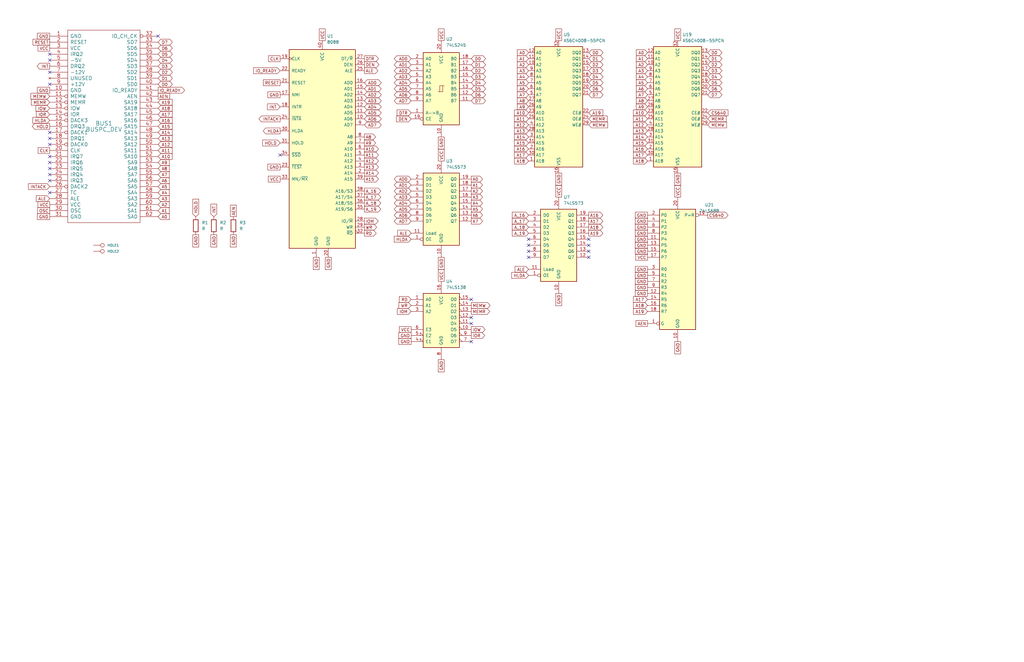
<source format=kicad_sch>
(kicad_sch (version 20211123) (generator eeschema)

  (uuid 616a93ba-58d0-4fd9-aeef-46c92fc2bf54)

  (paper "User" 431.8 279.4)

  (title_block
    (date "15 feb 2013")
  )

  (lib_symbols
    (symbol "74xx:74LS138" (pin_names (offset 1.016)) (in_bom yes) (on_board yes)
      (property "Reference" "U" (id 0) (at -7.62 11.43 0)
        (effects (font (size 1.27 1.27)))
      )
      (property "Value" "74LS138" (id 1) (at -7.62 -13.97 0)
        (effects (font (size 1.27 1.27)))
      )
      (property "Footprint" "" (id 2) (at 0 0 0)
        (effects (font (size 1.27 1.27)) hide)
      )
      (property "Datasheet" "http://www.ti.com/lit/gpn/sn74LS138" (id 3) (at 0 0 0)
        (effects (font (size 1.27 1.27)) hide)
      )
      (property "ki_locked" "" (id 4) (at 0 0 0)
        (effects (font (size 1.27 1.27)))
      )
      (property "ki_keywords" "TTL DECOD DECOD8" (id 5) (at 0 0 0)
        (effects (font (size 1.27 1.27)) hide)
      )
      (property "ki_description" "Decoder 3 to 8 active low outputs" (id 6) (at 0 0 0)
        (effects (font (size 1.27 1.27)) hide)
      )
      (property "ki_fp_filters" "DIP?16*" (id 7) (at 0 0 0)
        (effects (font (size 1.27 1.27)) hide)
      )
      (symbol "74LS138_1_0"
        (pin input line (at -12.7 7.62 0) (length 5.08)
          (name "A0" (effects (font (size 1.27 1.27))))
          (number "1" (effects (font (size 1.27 1.27))))
        )
        (pin output output_low (at 12.7 -5.08 180) (length 5.08)
          (name "O5" (effects (font (size 1.27 1.27))))
          (number "10" (effects (font (size 1.27 1.27))))
        )
        (pin output output_low (at 12.7 -2.54 180) (length 5.08)
          (name "O4" (effects (font (size 1.27 1.27))))
          (number "11" (effects (font (size 1.27 1.27))))
        )
        (pin output output_low (at 12.7 0 180) (length 5.08)
          (name "O3" (effects (font (size 1.27 1.27))))
          (number "12" (effects (font (size 1.27 1.27))))
        )
        (pin output output_low (at 12.7 2.54 180) (length 5.08)
          (name "O2" (effects (font (size 1.27 1.27))))
          (number "13" (effects (font (size 1.27 1.27))))
        )
        (pin output output_low (at 12.7 5.08 180) (length 5.08)
          (name "O1" (effects (font (size 1.27 1.27))))
          (number "14" (effects (font (size 1.27 1.27))))
        )
        (pin output output_low (at 12.7 7.62 180) (length 5.08)
          (name "O0" (effects (font (size 1.27 1.27))))
          (number "15" (effects (font (size 1.27 1.27))))
        )
        (pin power_in line (at 0 15.24 270) (length 5.08)
          (name "VCC" (effects (font (size 1.27 1.27))))
          (number "16" (effects (font (size 1.27 1.27))))
        )
        (pin input line (at -12.7 5.08 0) (length 5.08)
          (name "A1" (effects (font (size 1.27 1.27))))
          (number "2" (effects (font (size 1.27 1.27))))
        )
        (pin input line (at -12.7 2.54 0) (length 5.08)
          (name "A2" (effects (font (size 1.27 1.27))))
          (number "3" (effects (font (size 1.27 1.27))))
        )
        (pin input input_low (at -12.7 -10.16 0) (length 5.08)
          (name "E1" (effects (font (size 1.27 1.27))))
          (number "4" (effects (font (size 1.27 1.27))))
        )
        (pin input input_low (at -12.7 -7.62 0) (length 5.08)
          (name "E2" (effects (font (size 1.27 1.27))))
          (number "5" (effects (font (size 1.27 1.27))))
        )
        (pin input line (at -12.7 -5.08 0) (length 5.08)
          (name "E3" (effects (font (size 1.27 1.27))))
          (number "6" (effects (font (size 1.27 1.27))))
        )
        (pin output output_low (at 12.7 -10.16 180) (length 5.08)
          (name "O7" (effects (font (size 1.27 1.27))))
          (number "7" (effects (font (size 1.27 1.27))))
        )
        (pin power_in line (at 0 -17.78 90) (length 5.08)
          (name "GND" (effects (font (size 1.27 1.27))))
          (number "8" (effects (font (size 1.27 1.27))))
        )
        (pin output output_low (at 12.7 -7.62 180) (length 5.08)
          (name "O6" (effects (font (size 1.27 1.27))))
          (number "9" (effects (font (size 1.27 1.27))))
        )
      )
      (symbol "74LS138_1_1"
        (rectangle (start -7.62 10.16) (end 7.62 -12.7)
          (stroke (width 0.254) (type default) (color 0 0 0 0))
          (fill (type background))
        )
      )
    )
    (symbol "74xx:74LS245" (pin_names (offset 1.016)) (in_bom yes) (on_board yes)
      (property "Reference" "U" (id 0) (at -7.62 16.51 0)
        (effects (font (size 1.27 1.27)))
      )
      (property "Value" "74LS245" (id 1) (at -7.62 -16.51 0)
        (effects (font (size 1.27 1.27)))
      )
      (property "Footprint" "" (id 2) (at 0 0 0)
        (effects (font (size 1.27 1.27)) hide)
      )
      (property "Datasheet" "http://www.ti.com/lit/gpn/sn74LS245" (id 3) (at 0 0 0)
        (effects (font (size 1.27 1.27)) hide)
      )
      (property "ki_locked" "" (id 4) (at 0 0 0)
        (effects (font (size 1.27 1.27)))
      )
      (property "ki_keywords" "TTL BUS 3State" (id 5) (at 0 0 0)
        (effects (font (size 1.27 1.27)) hide)
      )
      (property "ki_description" "Octal BUS Transceivers, 3-State outputs" (id 6) (at 0 0 0)
        (effects (font (size 1.27 1.27)) hide)
      )
      (property "ki_fp_filters" "DIP?20*" (id 7) (at 0 0 0)
        (effects (font (size 1.27 1.27)) hide)
      )
      (symbol "74LS245_1_0"
        (polyline
          (pts
            (xy -0.635 -1.27)
            (xy -0.635 1.27)
            (xy 0.635 1.27)
          )
          (stroke (width 0) (type default) (color 0 0 0 0))
          (fill (type none))
        )
        (polyline
          (pts
            (xy -1.27 -1.27)
            (xy 0.635 -1.27)
            (xy 0.635 1.27)
            (xy 1.27 1.27)
          )
          (stroke (width 0) (type default) (color 0 0 0 0))
          (fill (type none))
        )
        (pin input line (at -12.7 -10.16 0) (length 5.08)
          (name "A->B" (effects (font (size 1.27 1.27))))
          (number "1" (effects (font (size 1.27 1.27))))
        )
        (pin power_in line (at 0 -20.32 90) (length 5.08)
          (name "GND" (effects (font (size 1.27 1.27))))
          (number "10" (effects (font (size 1.27 1.27))))
        )
        (pin tri_state line (at 12.7 -5.08 180) (length 5.08)
          (name "B7" (effects (font (size 1.27 1.27))))
          (number "11" (effects (font (size 1.27 1.27))))
        )
        (pin tri_state line (at 12.7 -2.54 180) (length 5.08)
          (name "B6" (effects (font (size 1.27 1.27))))
          (number "12" (effects (font (size 1.27 1.27))))
        )
        (pin tri_state line (at 12.7 0 180) (length 5.08)
          (name "B5" (effects (font (size 1.27 1.27))))
          (number "13" (effects (font (size 1.27 1.27))))
        )
        (pin tri_state line (at 12.7 2.54 180) (length 5.08)
          (name "B4" (effects (font (size 1.27 1.27))))
          (number "14" (effects (font (size 1.27 1.27))))
        )
        (pin tri_state line (at 12.7 5.08 180) (length 5.08)
          (name "B3" (effects (font (size 1.27 1.27))))
          (number "15" (effects (font (size 1.27 1.27))))
        )
        (pin tri_state line (at 12.7 7.62 180) (length 5.08)
          (name "B2" (effects (font (size 1.27 1.27))))
          (number "16" (effects (font (size 1.27 1.27))))
        )
        (pin tri_state line (at 12.7 10.16 180) (length 5.08)
          (name "B1" (effects (font (size 1.27 1.27))))
          (number "17" (effects (font (size 1.27 1.27))))
        )
        (pin tri_state line (at 12.7 12.7 180) (length 5.08)
          (name "B0" (effects (font (size 1.27 1.27))))
          (number "18" (effects (font (size 1.27 1.27))))
        )
        (pin input inverted (at -12.7 -12.7 0) (length 5.08)
          (name "CE" (effects (font (size 1.27 1.27))))
          (number "19" (effects (font (size 1.27 1.27))))
        )
        (pin tri_state line (at -12.7 12.7 0) (length 5.08)
          (name "A0" (effects (font (size 1.27 1.27))))
          (number "2" (effects (font (size 1.27 1.27))))
        )
        (pin power_in line (at 0 20.32 270) (length 5.08)
          (name "VCC" (effects (font (size 1.27 1.27))))
          (number "20" (effects (font (size 1.27 1.27))))
        )
        (pin tri_state line (at -12.7 10.16 0) (length 5.08)
          (name "A1" (effects (font (size 1.27 1.27))))
          (number "3" (effects (font (size 1.27 1.27))))
        )
        (pin tri_state line (at -12.7 7.62 0) (length 5.08)
          (name "A2" (effects (font (size 1.27 1.27))))
          (number "4" (effects (font (size 1.27 1.27))))
        )
        (pin tri_state line (at -12.7 5.08 0) (length 5.08)
          (name "A3" (effects (font (size 1.27 1.27))))
          (number "5" (effects (font (size 1.27 1.27))))
        )
        (pin tri_state line (at -12.7 2.54 0) (length 5.08)
          (name "A4" (effects (font (size 1.27 1.27))))
          (number "6" (effects (font (size 1.27 1.27))))
        )
        (pin tri_state line (at -12.7 0 0) (length 5.08)
          (name "A5" (effects (font (size 1.27 1.27))))
          (number "7" (effects (font (size 1.27 1.27))))
        )
        (pin tri_state line (at -12.7 -2.54 0) (length 5.08)
          (name "A6" (effects (font (size 1.27 1.27))))
          (number "8" (effects (font (size 1.27 1.27))))
        )
        (pin tri_state line (at -12.7 -5.08 0) (length 5.08)
          (name "A7" (effects (font (size 1.27 1.27))))
          (number "9" (effects (font (size 1.27 1.27))))
        )
      )
      (symbol "74LS245_1_1"
        (rectangle (start -7.62 15.24) (end 7.62 -15.24)
          (stroke (width 0.254) (type default) (color 0 0 0 0))
          (fill (type background))
        )
      )
    )
    (symbol "74xx:74LS573" (pin_names (offset 1.016)) (in_bom yes) (on_board yes)
      (property "Reference" "U" (id 0) (at -7.62 16.51 0)
        (effects (font (size 1.27 1.27)))
      )
      (property "Value" "74LS573" (id 1) (at -7.62 -16.51 0)
        (effects (font (size 1.27 1.27)))
      )
      (property "Footprint" "" (id 2) (at 0 0 0)
        (effects (font (size 1.27 1.27)) hide)
      )
      (property "Datasheet" "74xx/74hc573.pdf" (id 3) (at 0 0 0)
        (effects (font (size 1.27 1.27)) hide)
      )
      (property "ki_locked" "" (id 4) (at 0 0 0)
        (effects (font (size 1.27 1.27)))
      )
      (property "ki_keywords" "TTL DFF DFF8 LATCH 3State" (id 5) (at 0 0 0)
        (effects (font (size 1.27 1.27)) hide)
      )
      (property "ki_description" "8-bit Latch 3-state outputs" (id 6) (at 0 0 0)
        (effects (font (size 1.27 1.27)) hide)
      )
      (property "ki_fp_filters" "DIP?20*" (id 7) (at 0 0 0)
        (effects (font (size 1.27 1.27)) hide)
      )
      (symbol "74LS573_1_0"
        (pin input inverted (at -12.7 -12.7 0) (length 5.08)
          (name "OE" (effects (font (size 1.27 1.27))))
          (number "1" (effects (font (size 1.27 1.27))))
        )
        (pin power_in line (at 0 -20.32 90) (length 5.08)
          (name "GND" (effects (font (size 1.27 1.27))))
          (number "10" (effects (font (size 1.27 1.27))))
        )
        (pin input line (at -12.7 -10.16 0) (length 5.08)
          (name "Load" (effects (font (size 1.27 1.27))))
          (number "11" (effects (font (size 1.27 1.27))))
        )
        (pin tri_state line (at 12.7 -5.08 180) (length 5.08)
          (name "Q7" (effects (font (size 1.27 1.27))))
          (number "12" (effects (font (size 1.27 1.27))))
        )
        (pin tri_state line (at 12.7 -2.54 180) (length 5.08)
          (name "Q6" (effects (font (size 1.27 1.27))))
          (number "13" (effects (font (size 1.27 1.27))))
        )
        (pin tri_state line (at 12.7 0 180) (length 5.08)
          (name "Q5" (effects (font (size 1.27 1.27))))
          (number "14" (effects (font (size 1.27 1.27))))
        )
        (pin tri_state line (at 12.7 2.54 180) (length 5.08)
          (name "Q4" (effects (font (size 1.27 1.27))))
          (number "15" (effects (font (size 1.27 1.27))))
        )
        (pin tri_state line (at 12.7 5.08 180) (length 5.08)
          (name "Q3" (effects (font (size 1.27 1.27))))
          (number "16" (effects (font (size 1.27 1.27))))
        )
        (pin tri_state line (at 12.7 7.62 180) (length 5.08)
          (name "Q2" (effects (font (size 1.27 1.27))))
          (number "17" (effects (font (size 1.27 1.27))))
        )
        (pin tri_state line (at 12.7 10.16 180) (length 5.08)
          (name "Q1" (effects (font (size 1.27 1.27))))
          (number "18" (effects (font (size 1.27 1.27))))
        )
        (pin tri_state line (at 12.7 12.7 180) (length 5.08)
          (name "Q0" (effects (font (size 1.27 1.27))))
          (number "19" (effects (font (size 1.27 1.27))))
        )
        (pin input line (at -12.7 12.7 0) (length 5.08)
          (name "D0" (effects (font (size 1.27 1.27))))
          (number "2" (effects (font (size 1.27 1.27))))
        )
        (pin power_in line (at 0 20.32 270) (length 5.08)
          (name "VCC" (effects (font (size 1.27 1.27))))
          (number "20" (effects (font (size 1.27 1.27))))
        )
        (pin input line (at -12.7 10.16 0) (length 5.08)
          (name "D1" (effects (font (size 1.27 1.27))))
          (number "3" (effects (font (size 1.27 1.27))))
        )
        (pin input line (at -12.7 7.62 0) (length 5.08)
          (name "D2" (effects (font (size 1.27 1.27))))
          (number "4" (effects (font (size 1.27 1.27))))
        )
        (pin input line (at -12.7 5.08 0) (length 5.08)
          (name "D3" (effects (font (size 1.27 1.27))))
          (number "5" (effects (font (size 1.27 1.27))))
        )
        (pin input line (at -12.7 2.54 0) (length 5.08)
          (name "D4" (effects (font (size 1.27 1.27))))
          (number "6" (effects (font (size 1.27 1.27))))
        )
        (pin input line (at -12.7 0 0) (length 5.08)
          (name "D5" (effects (font (size 1.27 1.27))))
          (number "7" (effects (font (size 1.27 1.27))))
        )
        (pin input line (at -12.7 -2.54 0) (length 5.08)
          (name "D6" (effects (font (size 1.27 1.27))))
          (number "8" (effects (font (size 1.27 1.27))))
        )
        (pin input line (at -12.7 -5.08 0) (length 5.08)
          (name "D7" (effects (font (size 1.27 1.27))))
          (number "9" (effects (font (size 1.27 1.27))))
        )
      )
      (symbol "74LS573_1_1"
        (rectangle (start -7.62 15.24) (end 7.62 -15.24)
          (stroke (width 0.254) (type default) (color 0 0 0 0))
          (fill (type background))
        )
      )
    )
    (symbol "74xx:74LS688" (in_bom yes) (on_board yes)
      (property "Reference" "U" (id 0) (at -7.62 26.67 0)
        (effects (font (size 1.27 1.27)))
      )
      (property "Value" "74LS688" (id 1) (at -7.62 -26.67 0)
        (effects (font (size 1.27 1.27)))
      )
      (property "Footprint" "" (id 2) (at 0 0 0)
        (effects (font (size 1.27 1.27)) hide)
      )
      (property "Datasheet" "http://www.ti.com/lit/gpn/sn74LS688" (id 3) (at 0 0 0)
        (effects (font (size 1.27 1.27)) hide)
      )
      (property "ki_keywords" "TTL DECOD Arith" (id 4) (at 0 0 0)
        (effects (font (size 1.27 1.27)) hide)
      )
      (property "ki_description" "8-bit magnitude comparator" (id 5) (at 0 0 0)
        (effects (font (size 1.27 1.27)) hide)
      )
      (property "ki_fp_filters" "DIP?20* SOIC?20* SO?20* TSSOP?20*" (id 6) (at 0 0 0)
        (effects (font (size 1.27 1.27)) hide)
      )
      (symbol "74LS688_1_0"
        (pin input inverted (at -12.7 -22.86 0) (length 5.08)
          (name "G" (effects (font (size 1.27 1.27))))
          (number "1" (effects (font (size 1.27 1.27))))
        )
        (pin power_in line (at 0 -30.48 90) (length 5.08)
          (name "GND" (effects (font (size 1.27 1.27))))
          (number "10" (effects (font (size 1.27 1.27))))
        )
        (pin input line (at -12.7 12.7 0) (length 5.08)
          (name "P4" (effects (font (size 1.27 1.27))))
          (number "11" (effects (font (size 1.27 1.27))))
        )
        (pin input line (at -12.7 -10.16 0) (length 5.08)
          (name "R4" (effects (font (size 1.27 1.27))))
          (number "12" (effects (font (size 1.27 1.27))))
        )
        (pin input line (at -12.7 10.16 0) (length 5.08)
          (name "P5" (effects (font (size 1.27 1.27))))
          (number "13" (effects (font (size 1.27 1.27))))
        )
        (pin input line (at -12.7 -12.7 0) (length 5.08)
          (name "R5" (effects (font (size 1.27 1.27))))
          (number "14" (effects (font (size 1.27 1.27))))
        )
        (pin input line (at -12.7 7.62 0) (length 5.08)
          (name "P6" (effects (font (size 1.27 1.27))))
          (number "15" (effects (font (size 1.27 1.27))))
        )
        (pin input line (at -12.7 -15.24 0) (length 5.08)
          (name "R6" (effects (font (size 1.27 1.27))))
          (number "16" (effects (font (size 1.27 1.27))))
        )
        (pin input line (at -12.7 5.08 0) (length 5.08)
          (name "P7" (effects (font (size 1.27 1.27))))
          (number "17" (effects (font (size 1.27 1.27))))
        )
        (pin input line (at -12.7 -17.78 0) (length 5.08)
          (name "R7" (effects (font (size 1.27 1.27))))
          (number "18" (effects (font (size 1.27 1.27))))
        )
        (pin output inverted (at 12.7 22.86 180) (length 5.08)
          (name "P=R" (effects (font (size 1.27 1.27))))
          (number "19" (effects (font (size 1.27 1.27))))
        )
        (pin input line (at -12.7 22.86 0) (length 5.08)
          (name "P0" (effects (font (size 1.27 1.27))))
          (number "2" (effects (font (size 1.27 1.27))))
        )
        (pin power_in line (at 0 30.48 270) (length 5.08)
          (name "VCC" (effects (font (size 1.27 1.27))))
          (number "20" (effects (font (size 1.27 1.27))))
        )
        (pin input line (at -12.7 0 0) (length 5.08)
          (name "R0" (effects (font (size 1.27 1.27))))
          (number "3" (effects (font (size 1.27 1.27))))
        )
        (pin input line (at -12.7 20.32 0) (length 5.08)
          (name "P1" (effects (font (size 1.27 1.27))))
          (number "4" (effects (font (size 1.27 1.27))))
        )
        (pin input line (at -12.7 -2.54 0) (length 5.08)
          (name "R1" (effects (font (size 1.27 1.27))))
          (number "5" (effects (font (size 1.27 1.27))))
        )
        (pin input line (at -12.7 17.78 0) (length 5.08)
          (name "P2" (effects (font (size 1.27 1.27))))
          (number "6" (effects (font (size 1.27 1.27))))
        )
        (pin input line (at -12.7 -5.08 0) (length 5.08)
          (name "R2" (effects (font (size 1.27 1.27))))
          (number "7" (effects (font (size 1.27 1.27))))
        )
        (pin input line (at -12.7 15.24 0) (length 5.08)
          (name "P3" (effects (font (size 1.27 1.27))))
          (number "8" (effects (font (size 1.27 1.27))))
        )
        (pin input line (at -12.7 -7.62 0) (length 5.08)
          (name "R3" (effects (font (size 1.27 1.27))))
          (number "9" (effects (font (size 1.27 1.27))))
        )
      )
      (symbol "74LS688_1_1"
        (rectangle (start -7.62 25.4) (end 7.62 -25.4)
          (stroke (width 0.254) (type default) (color 0 0 0 0))
          (fill (type background))
        )
      )
    )
    (symbol "Device:R" (pin_numbers hide) (pin_names (offset 0)) (in_bom yes) (on_board yes)
      (property "Reference" "R" (id 0) (at 2.032 0 90)
        (effects (font (size 1.27 1.27)))
      )
      (property "Value" "R" (id 1) (at 0 0 90)
        (effects (font (size 1.27 1.27)))
      )
      (property "Footprint" "" (id 2) (at -1.778 0 90)
        (effects (font (size 1.27 1.27)) hide)
      )
      (property "Datasheet" "~" (id 3) (at 0 0 0)
        (effects (font (size 1.27 1.27)) hide)
      )
      (property "ki_keywords" "R res resistor" (id 4) (at 0 0 0)
        (effects (font (size 1.27 1.27)) hide)
      )
      (property "ki_description" "Resistor" (id 5) (at 0 0 0)
        (effects (font (size 1.27 1.27)) hide)
      )
      (property "ki_fp_filters" "R_*" (id 6) (at 0 0 0)
        (effects (font (size 1.27 1.27)) hide)
      )
      (symbol "R_0_1"
        (rectangle (start -1.016 -2.54) (end 1.016 2.54)
          (stroke (width 0.254) (type default) (color 0 0 0 0))
          (fill (type none))
        )
      )
      (symbol "R_1_1"
        (pin passive line (at 0 3.81 270) (length 1.27)
          (name "~" (effects (font (size 1.27 1.27))))
          (number "1" (effects (font (size 1.27 1.27))))
        )
        (pin passive line (at 0 -3.81 90) (length 1.27)
          (name "~" (effects (font (size 1.27 1.27))))
          (number "2" (effects (font (size 1.27 1.27))))
        )
      )
    )
    (symbol "MCU_Intel:8088" (pin_names (offset 1.016)) (in_bom yes) (on_board yes)
      (property "Reference" "U" (id 0) (at -12.7 43.18 0)
        (effects (font (size 1.27 1.27)))
      )
      (property "Value" "8088" (id 1) (at 10.16 43.18 0)
        (effects (font (size 1.27 1.27)))
      )
      (property "Footprint" "Package_DIP:DIP-40_W15.24mm" (id 2) (at 1.27 2.54 0)
        (effects (font (size 1.27 1.27) italic) hide)
      )
      (property "Datasheet" "http://datasheets.chipdb.org/Intel/x86/808x/datashts/8088/231456-006.pdf" (id 3) (at 0 1.27 0)
        (effects (font (size 1.27 1.27)) hide)
      )
      (property "ki_keywords" "MPRO" (id 4) (at 0 0 0)
        (effects (font (size 1.27 1.27)) hide)
      )
      (property "ki_description" "8088 (minimum mode), 8-Bit HMOS Microprocessor, PDIP-40" (id 5) (at 0 0 0)
        (effects (font (size 1.27 1.27)) hide)
      )
      (property "ki_fp_filters" "DIP*W15.24mm*" (id 6) (at 0 0 0)
        (effects (font (size 1.27 1.27)) hide)
      )
      (symbol "8088_0_1"
        (rectangle (start 13.97 -41.91) (end -13.97 41.91)
          (stroke (width 0.254) (type default) (color 0 0 0 0))
          (fill (type background))
        )
      )
      (symbol "8088_1_1"
        (pin power_in line (at -2.54 -45.72 90) (length 3.81)
          (name "GND" (effects (font (size 1.27 1.27))))
          (number "1" (effects (font (size 1.27 1.27))))
        )
        (pin bidirectional line (at 17.78 12.7 180) (length 3.81)
          (name "AD6" (effects (font (size 1.27 1.27))))
          (number "10" (effects (font (size 1.27 1.27))))
        )
        (pin bidirectional line (at 17.78 15.24 180) (length 3.81)
          (name "AD5" (effects (font (size 1.27 1.27))))
          (number "11" (effects (font (size 1.27 1.27))))
        )
        (pin bidirectional line (at 17.78 17.78 180) (length 3.81)
          (name "AD4" (effects (font (size 1.27 1.27))))
          (number "12" (effects (font (size 1.27 1.27))))
        )
        (pin bidirectional line (at 17.78 20.32 180) (length 3.81)
          (name "AD3" (effects (font (size 1.27 1.27))))
          (number "13" (effects (font (size 1.27 1.27))))
        )
        (pin bidirectional line (at 17.78 22.86 180) (length 3.81)
          (name "AD2" (effects (font (size 1.27 1.27))))
          (number "14" (effects (font (size 1.27 1.27))))
        )
        (pin bidirectional line (at 17.78 25.4 180) (length 3.81)
          (name "AD1" (effects (font (size 1.27 1.27))))
          (number "15" (effects (font (size 1.27 1.27))))
        )
        (pin bidirectional line (at 17.78 27.94 180) (length 3.81)
          (name "AD0" (effects (font (size 1.27 1.27))))
          (number "16" (effects (font (size 1.27 1.27))))
        )
        (pin input line (at -17.78 22.86 0) (length 3.81)
          (name "NMI" (effects (font (size 1.27 1.27))))
          (number "17" (effects (font (size 1.27 1.27))))
        )
        (pin input line (at -17.78 17.78 0) (length 3.81)
          (name "INTR" (effects (font (size 1.27 1.27))))
          (number "18" (effects (font (size 1.27 1.27))))
        )
        (pin input clock (at -17.78 38.1 0) (length 3.81)
          (name "CLK" (effects (font (size 1.27 1.27))))
          (number "19" (effects (font (size 1.27 1.27))))
        )
        (pin output line (at 17.78 -10.16 180) (length 3.81)
          (name "A14" (effects (font (size 1.27 1.27))))
          (number "2" (effects (font (size 1.27 1.27))))
        )
        (pin power_in line (at 2.54 -45.72 90) (length 3.81)
          (name "GND" (effects (font (size 1.27 1.27))))
          (number "20" (effects (font (size 1.27 1.27))))
        )
        (pin input line (at -17.78 27.94 0) (length 3.81)
          (name "RESET" (effects (font (size 1.27 1.27))))
          (number "21" (effects (font (size 1.27 1.27))))
        )
        (pin input line (at -17.78 33.02 0) (length 3.81)
          (name "READY" (effects (font (size 1.27 1.27))))
          (number "22" (effects (font (size 1.27 1.27))))
        )
        (pin input line (at -17.78 -7.62 0) (length 3.81)
          (name "~{TEST}" (effects (font (size 1.27 1.27))))
          (number "23" (effects (font (size 1.27 1.27))))
        )
        (pin output line (at -17.78 12.7 0) (length 3.81)
          (name "~{INTA}" (effects (font (size 1.27 1.27))))
          (number "24" (effects (font (size 1.27 1.27))))
        )
        (pin output line (at 17.78 33.02 180) (length 3.81)
          (name "ALE" (effects (font (size 1.27 1.27))))
          (number "25" (effects (font (size 1.27 1.27))))
        )
        (pin output line (at 17.78 35.56 180) (length 3.81)
          (name "DEN" (effects (font (size 1.27 1.27))))
          (number "26" (effects (font (size 1.27 1.27))))
        )
        (pin output line (at 17.78 38.1 180) (length 3.81)
          (name "DT/~{R}" (effects (font (size 1.27 1.27))))
          (number "27" (effects (font (size 1.27 1.27))))
        )
        (pin output line (at 17.78 -30.48 180) (length 3.81)
          (name "IO/~{M}" (effects (font (size 1.27 1.27))))
          (number "28" (effects (font (size 1.27 1.27))))
        )
        (pin output line (at 17.78 -33.02 180) (length 3.81)
          (name "WR" (effects (font (size 1.27 1.27))))
          (number "29" (effects (font (size 1.27 1.27))))
        )
        (pin output line (at 17.78 -7.62 180) (length 3.81)
          (name "A13" (effects (font (size 1.27 1.27))))
          (number "3" (effects (font (size 1.27 1.27))))
        )
        (pin output line (at -17.78 7.62 0) (length 3.81)
          (name "HLDA" (effects (font (size 1.27 1.27))))
          (number "30" (effects (font (size 1.27 1.27))))
        )
        (pin input line (at -17.78 2.54 0) (length 3.81)
          (name "HOLD" (effects (font (size 1.27 1.27))))
          (number "31" (effects (font (size 1.27 1.27))))
        )
        (pin output output_low (at 17.78 -35.56 180) (length 3.81)
          (name "~{RD}" (effects (font (size 1.27 1.27))))
          (number "32" (effects (font (size 1.27 1.27))))
        )
        (pin input line (at -17.78 -12.7 0) (length 3.81)
          (name "MN/~{MX}" (effects (font (size 1.27 1.27))))
          (number "33" (effects (font (size 1.27 1.27))))
        )
        (pin output line (at -17.78 -2.54 0) (length 3.81)
          (name "~{SSO}" (effects (font (size 1.27 1.27))))
          (number "34" (effects (font (size 1.27 1.27))))
        )
        (pin output line (at 17.78 -25.4 180) (length 3.81)
          (name "A19/S6" (effects (font (size 1.27 1.27))))
          (number "35" (effects (font (size 1.27 1.27))))
        )
        (pin output line (at 17.78 -22.86 180) (length 3.81)
          (name "A18/S5" (effects (font (size 1.27 1.27))))
          (number "36" (effects (font (size 1.27 1.27))))
        )
        (pin output line (at 17.78 -20.32 180) (length 3.81)
          (name "A17/S4" (effects (font (size 1.27 1.27))))
          (number "37" (effects (font (size 1.27 1.27))))
        )
        (pin output line (at 17.78 -17.78 180) (length 3.81)
          (name "A16/S3" (effects (font (size 1.27 1.27))))
          (number "38" (effects (font (size 1.27 1.27))))
        )
        (pin output line (at 17.78 -12.7 180) (length 3.81)
          (name "A15" (effects (font (size 1.27 1.27))))
          (number "39" (effects (font (size 1.27 1.27))))
        )
        (pin output line (at 17.78 -5.08 180) (length 3.81)
          (name "A12" (effects (font (size 1.27 1.27))))
          (number "4" (effects (font (size 1.27 1.27))))
        )
        (pin power_in line (at 0 45.72 270) (length 3.81)
          (name "VCC" (effects (font (size 1.27 1.27))))
          (number "40" (effects (font (size 1.27 1.27))))
        )
        (pin output line (at 17.78 -2.54 180) (length 3.81)
          (name "A11" (effects (font (size 1.27 1.27))))
          (number "5" (effects (font (size 1.27 1.27))))
        )
        (pin output line (at 17.78 0 180) (length 3.81)
          (name "A10" (effects (font (size 1.27 1.27))))
          (number "6" (effects (font (size 1.27 1.27))))
        )
        (pin output line (at 17.78 2.54 180) (length 3.81)
          (name "A9" (effects (font (size 1.27 1.27))))
          (number "7" (effects (font (size 1.27 1.27))))
        )
        (pin output line (at 17.78 5.08 180) (length 3.81)
          (name "A8" (effects (font (size 1.27 1.27))))
          (number "8" (effects (font (size 1.27 1.27))))
        )
        (pin bidirectional line (at 17.78 10.16 180) (length 3.81)
          (name "AD7" (effects (font (size 1.27 1.27))))
          (number "9" (effects (font (size 1.27 1.27))))
        )
      )
    )
    (symbol "Memory_RAM:AS6C4008-55PCN" (in_bom yes) (on_board yes)
      (property "Reference" "U" (id 0) (at -10.16 26.035 0)
        (effects (font (size 1.27 1.27)) (justify left bottom))
      )
      (property "Value" "AS6C4008-55PCN" (id 1) (at 2.54 26.035 0)
        (effects (font (size 1.27 1.27)) (justify left bottom))
      )
      (property "Footprint" "Package_DIP:DIP-32_W15.24mm" (id 2) (at 0 2.54 0)
        (effects (font (size 1.27 1.27)) hide)
      )
      (property "Datasheet" "https://www.alliancememory.com/wp-content/uploads/pdf/AS6C4008.pdf" (id 3) (at 0 2.54 0)
        (effects (font (size 1.27 1.27)) hide)
      )
      (property "ki_keywords" "RAM SRAM CMOS MEMORY" (id 4) (at 0 0 0)
        (effects (font (size 1.27 1.27)) hide)
      )
      (property "ki_description" "512K x 8 Low Power CMOS RAM, DIP-32" (id 5) (at 0 0 0)
        (effects (font (size 1.27 1.27)) hide)
      )
      (property "ki_fp_filters" "DIP*W15.24mm*" (id 6) (at 0 0 0)
        (effects (font (size 1.27 1.27)) hide)
      )
      (symbol "AS6C4008-55PCN_0_0"
        (pin power_in line (at 0 -27.94 90) (length 2.54)
          (name "VSS" (effects (font (size 1.27 1.27))))
          (number "16" (effects (font (size 1.27 1.27))))
        )
        (pin power_in line (at 0 27.94 270) (length 2.54)
          (name "VCC" (effects (font (size 1.27 1.27))))
          (number "32" (effects (font (size 1.27 1.27))))
        )
      )
      (symbol "AS6C4008-55PCN_0_1"
        (rectangle (start -10.16 25.4) (end 10.16 -25.4)
          (stroke (width 0.254) (type default) (color 0 0 0 0))
          (fill (type background))
        )
      )
      (symbol "AS6C4008-55PCN_1_1"
        (pin input line (at -12.7 -22.86 0) (length 2.54)
          (name "A18" (effects (font (size 1.27 1.27))))
          (number "1" (effects (font (size 1.27 1.27))))
        )
        (pin input line (at -12.7 17.78 0) (length 2.54)
          (name "A2" (effects (font (size 1.27 1.27))))
          (number "10" (effects (font (size 1.27 1.27))))
        )
        (pin input line (at -12.7 20.32 0) (length 2.54)
          (name "A1" (effects (font (size 1.27 1.27))))
          (number "11" (effects (font (size 1.27 1.27))))
        )
        (pin input line (at -12.7 22.86 0) (length 2.54)
          (name "A0" (effects (font (size 1.27 1.27))))
          (number "12" (effects (font (size 1.27 1.27))))
        )
        (pin tri_state line (at 12.7 22.86 180) (length 2.54)
          (name "DQ0" (effects (font (size 1.27 1.27))))
          (number "13" (effects (font (size 1.27 1.27))))
        )
        (pin tri_state line (at 12.7 20.32 180) (length 2.54)
          (name "DQ1" (effects (font (size 1.27 1.27))))
          (number "14" (effects (font (size 1.27 1.27))))
        )
        (pin tri_state line (at 12.7 17.78 180) (length 2.54)
          (name "DQ2" (effects (font (size 1.27 1.27))))
          (number "15" (effects (font (size 1.27 1.27))))
        )
        (pin tri_state line (at 12.7 15.24 180) (length 2.54)
          (name "DQ3" (effects (font (size 1.27 1.27))))
          (number "17" (effects (font (size 1.27 1.27))))
        )
        (pin tri_state line (at 12.7 12.7 180) (length 2.54)
          (name "DQ4" (effects (font (size 1.27 1.27))))
          (number "18" (effects (font (size 1.27 1.27))))
        )
        (pin tri_state line (at 12.7 10.16 180) (length 2.54)
          (name "DQ5" (effects (font (size 1.27 1.27))))
          (number "19" (effects (font (size 1.27 1.27))))
        )
        (pin input line (at -12.7 -17.78 0) (length 2.54)
          (name "A16" (effects (font (size 1.27 1.27))))
          (number "2" (effects (font (size 1.27 1.27))))
        )
        (pin tri_state line (at 12.7 7.62 180) (length 2.54)
          (name "DQ6" (effects (font (size 1.27 1.27))))
          (number "20" (effects (font (size 1.27 1.27))))
        )
        (pin tri_state line (at 12.7 5.08 180) (length 2.54)
          (name "DQ7" (effects (font (size 1.27 1.27))))
          (number "21" (effects (font (size 1.27 1.27))))
        )
        (pin input line (at 12.7 -2.54 180) (length 2.54)
          (name "CE#" (effects (font (size 1.27 1.27))))
          (number "22" (effects (font (size 1.27 1.27))))
        )
        (pin input line (at -12.7 -2.54 0) (length 2.54)
          (name "A10" (effects (font (size 1.27 1.27))))
          (number "23" (effects (font (size 1.27 1.27))))
        )
        (pin input line (at 12.7 -5.08 180) (length 2.54)
          (name "OE#" (effects (font (size 1.27 1.27))))
          (number "24" (effects (font (size 1.27 1.27))))
        )
        (pin input line (at -12.7 -5.08 0) (length 2.54)
          (name "A11" (effects (font (size 1.27 1.27))))
          (number "25" (effects (font (size 1.27 1.27))))
        )
        (pin input line (at -12.7 0 0) (length 2.54)
          (name "A9" (effects (font (size 1.27 1.27))))
          (number "26" (effects (font (size 1.27 1.27))))
        )
        (pin input line (at -12.7 2.54 0) (length 2.54)
          (name "A8" (effects (font (size 1.27 1.27))))
          (number "27" (effects (font (size 1.27 1.27))))
        )
        (pin input line (at -12.7 -10.16 0) (length 2.54)
          (name "A13" (effects (font (size 1.27 1.27))))
          (number "28" (effects (font (size 1.27 1.27))))
        )
        (pin input line (at 12.7 -7.62 180) (length 2.54)
          (name "WE#" (effects (font (size 1.27 1.27))))
          (number "29" (effects (font (size 1.27 1.27))))
        )
        (pin input line (at -12.7 -12.7 0) (length 2.54)
          (name "A14" (effects (font (size 1.27 1.27))))
          (number "3" (effects (font (size 1.27 1.27))))
        )
        (pin input line (at -12.7 -20.32 0) (length 2.54)
          (name "A17" (effects (font (size 1.27 1.27))))
          (number "30" (effects (font (size 1.27 1.27))))
        )
        (pin input line (at -12.7 -15.24 0) (length 2.54)
          (name "A15" (effects (font (size 1.27 1.27))))
          (number "31" (effects (font (size 1.27 1.27))))
        )
        (pin input line (at -12.7 -7.62 0) (length 2.54)
          (name "A12" (effects (font (size 1.27 1.27))))
          (number "4" (effects (font (size 1.27 1.27))))
        )
        (pin input line (at -12.7 5.08 0) (length 2.54)
          (name "A7" (effects (font (size 1.27 1.27))))
          (number "5" (effects (font (size 1.27 1.27))))
        )
        (pin input line (at -12.7 7.62 0) (length 2.54)
          (name "A6" (effects (font (size 1.27 1.27))))
          (number "6" (effects (font (size 1.27 1.27))))
        )
        (pin input line (at -12.7 10.16 0) (length 2.54)
          (name "A5" (effects (font (size 1.27 1.27))))
          (number "7" (effects (font (size 1.27 1.27))))
        )
        (pin input line (at -12.7 12.7 0) (length 2.54)
          (name "A4" (effects (font (size 1.27 1.27))))
          (number "8" (effects (font (size 1.27 1.27))))
        )
        (pin input line (at -12.7 15.24 0) (length 2.54)
          (name "A3" (effects (font (size 1.27 1.27))))
          (number "9" (effects (font (size 1.27 1.27))))
        )
      )
    )
    (symbol "xt-cf-rescue:BUSPC_DEV" (pin_names (offset 1.016)) (in_bom yes) (on_board yes)
      (property "Reference" "BUS" (id 0) (at 0 1.27 0)
        (effects (font (size 1.778 1.778)))
      )
      (property "Value" "BUSPC_DEV" (id 1) (at 0 -1.27 0)
        (effects (font (size 1.778 1.778)))
      )
      (property "Footprint" "" (id 2) (at 0 0 0)
        (effects (font (size 1.27 1.27)) hide)
      )
      (property "Datasheet" "" (id 3) (at 0 0 0)
        (effects (font (size 1.27 1.27)) hide)
      )
      (symbol "BUSPC_DEV_0_1"
        (rectangle (start -15.24 -40.64) (end 15.24 40.64)
          (stroke (width 0) (type default) (color 0 0 0 0))
          (fill (type none))
        )
      )
      (symbol "BUSPC_DEV_1_1"
        (pin power_out line (at -22.86 38.1 0) (length 7.62)
          (name "GND" (effects (font (size 1.524 1.524))))
          (number "1" (effects (font (size 1.524 1.524))))
        )
        (pin power_in line (at -22.86 15.24 0) (length 7.62)
          (name "GND" (effects (font (size 1.524 1.524))))
          (number "10" (effects (font (size 1.524 1.524))))
        )
        (pin output inverted (at -22.86 12.7 0) (length 7.62)
          (name "MEMW" (effects (font (size 1.524 1.524))))
          (number "11" (effects (font (size 1.524 1.524))))
        )
        (pin output inverted (at -22.86 10.16 0) (length 7.62)
          (name "MEMR" (effects (font (size 1.524 1.524))))
          (number "12" (effects (font (size 1.524 1.524))))
        )
        (pin output inverted (at -22.86 7.62 0) (length 7.62)
          (name "IOW" (effects (font (size 1.524 1.524))))
          (number "13" (effects (font (size 1.524 1.524))))
        )
        (pin output inverted (at -22.86 5.08 0) (length 7.62)
          (name "IOR" (effects (font (size 1.524 1.524))))
          (number "14" (effects (font (size 1.524 1.524))))
        )
        (pin output inverted (at -22.86 2.54 0) (length 7.62)
          (name "DACK3" (effects (font (size 1.524 1.524))))
          (number "15" (effects (font (size 1.524 1.524))))
        )
        (pin input line (at -22.86 0 0) (length 7.62)
          (name "DRQ3" (effects (font (size 1.524 1.524))))
          (number "16" (effects (font (size 1.524 1.524))))
        )
        (pin output inverted (at -22.86 -2.54 0) (length 7.62)
          (name "DACK1" (effects (font (size 1.524 1.524))))
          (number "17" (effects (font (size 1.524 1.524))))
        )
        (pin input line (at -22.86 -5.08 0) (length 7.62)
          (name "DRQ1" (effects (font (size 1.524 1.524))))
          (number "18" (effects (font (size 1.524 1.524))))
        )
        (pin output inverted (at -22.86 -7.62 0) (length 7.62)
          (name "DACK0" (effects (font (size 1.524 1.524))))
          (number "19" (effects (font (size 1.524 1.524))))
        )
        (pin output line (at -22.86 35.56 0) (length 7.62)
          (name "RESET" (effects (font (size 1.524 1.524))))
          (number "2" (effects (font (size 1.524 1.524))))
        )
        (pin output line (at -22.86 -10.16 0) (length 7.62)
          (name "CLK" (effects (font (size 1.524 1.524))))
          (number "20" (effects (font (size 1.524 1.524))))
        )
        (pin input line (at -22.86 -12.7 0) (length 7.62)
          (name "IRQ7" (effects (font (size 1.524 1.524))))
          (number "21" (effects (font (size 1.524 1.524))))
        )
        (pin input line (at -22.86 -15.24 0) (length 7.62)
          (name "IRQ6" (effects (font (size 1.524 1.524))))
          (number "22" (effects (font (size 1.524 1.524))))
        )
        (pin input line (at -22.86 -17.78 0) (length 7.62)
          (name "IRQ5" (effects (font (size 1.524 1.524))))
          (number "23" (effects (font (size 1.524 1.524))))
        )
        (pin input line (at -22.86 -20.32 0) (length 7.62)
          (name "IRQ4" (effects (font (size 1.524 1.524))))
          (number "24" (effects (font (size 1.524 1.524))))
        )
        (pin input line (at -22.86 -22.86 0) (length 7.62)
          (name "IRQ3" (effects (font (size 1.524 1.524))))
          (number "25" (effects (font (size 1.524 1.524))))
        )
        (pin output inverted (at -22.86 -25.4 0) (length 7.62)
          (name "DACK2" (effects (font (size 1.524 1.524))))
          (number "26" (effects (font (size 1.524 1.524))))
        )
        (pin output line (at -22.86 -27.94 0) (length 7.62)
          (name "TC" (effects (font (size 1.524 1.524))))
          (number "27" (effects (font (size 1.524 1.524))))
        )
        (pin output line (at -22.86 -30.48 0) (length 7.62)
          (name "ALE" (effects (font (size 1.524 1.524))))
          (number "28" (effects (font (size 1.524 1.524))))
        )
        (pin power_in line (at -22.86 -33.02 0) (length 7.62)
          (name "VCC" (effects (font (size 1.524 1.524))))
          (number "29" (effects (font (size 1.524 1.524))))
        )
        (pin power_out line (at -22.86 33.02 0) (length 7.62)
          (name "VCC" (effects (font (size 1.524 1.524))))
          (number "3" (effects (font (size 1.524 1.524))))
        )
        (pin output line (at -22.86 -35.56 0) (length 7.62)
          (name "OSC" (effects (font (size 1.524 1.524))))
          (number "30" (effects (font (size 1.524 1.524))))
        )
        (pin power_in line (at -22.86 -38.1 0) (length 7.62)
          (name "GND" (effects (font (size 1.524 1.524))))
          (number "31" (effects (font (size 1.524 1.524))))
        )
        (pin input inverted (at 22.86 38.1 180) (length 7.62)
          (name "IO_CH_CK" (effects (font (size 1.524 1.524))))
          (number "32" (effects (font (size 1.524 1.524))))
        )
        (pin bidirectional line (at 22.86 35.56 180) (length 7.62)
          (name "SD7" (effects (font (size 1.524 1.524))))
          (number "33" (effects (font (size 1.524 1.524))))
        )
        (pin bidirectional line (at 22.86 33.02 180) (length 7.62)
          (name "SD6" (effects (font (size 1.524 1.524))))
          (number "34" (effects (font (size 1.524 1.524))))
        )
        (pin bidirectional line (at 22.86 30.48 180) (length 7.62)
          (name "SD5" (effects (font (size 1.524 1.524))))
          (number "35" (effects (font (size 1.524 1.524))))
        )
        (pin bidirectional line (at 22.86 27.94 180) (length 7.62)
          (name "SD4" (effects (font (size 1.524 1.524))))
          (number "36" (effects (font (size 1.524 1.524))))
        )
        (pin bidirectional line (at 22.86 25.4 180) (length 7.62)
          (name "SD3" (effects (font (size 1.524 1.524))))
          (number "37" (effects (font (size 1.524 1.524))))
        )
        (pin bidirectional line (at 22.86 22.86 180) (length 7.62)
          (name "SD2" (effects (font (size 1.524 1.524))))
          (number "38" (effects (font (size 1.524 1.524))))
        )
        (pin bidirectional line (at 22.86 20.32 180) (length 7.62)
          (name "SD1" (effects (font (size 1.524 1.524))))
          (number "39" (effects (font (size 1.524 1.524))))
        )
        (pin input line (at -22.86 30.48 0) (length 7.62)
          (name "IRQ2" (effects (font (size 1.524 1.524))))
          (number "4" (effects (font (size 1.524 1.524))))
        )
        (pin bidirectional line (at 22.86 17.78 180) (length 7.62)
          (name "SD0" (effects (font (size 1.524 1.524))))
          (number "40" (effects (font (size 1.524 1.524))))
        )
        (pin input line (at 22.86 15.24 180) (length 7.62)
          (name "IO_READY" (effects (font (size 1.524 1.524))))
          (number "41" (effects (font (size 1.524 1.524))))
        )
        (pin output line (at 22.86 12.7 180) (length 7.62)
          (name "AEN" (effects (font (size 1.524 1.524))))
          (number "42" (effects (font (size 1.524 1.524))))
        )
        (pin output line (at 22.86 10.16 180) (length 7.62)
          (name "SA19" (effects (font (size 1.524 1.524))))
          (number "43" (effects (font (size 1.524 1.524))))
        )
        (pin output line (at 22.86 7.62 180) (length 7.62)
          (name "SA18" (effects (font (size 1.524 1.524))))
          (number "44" (effects (font (size 1.524 1.524))))
        )
        (pin output line (at 22.86 5.08 180) (length 7.62)
          (name "SA17" (effects (font (size 1.524 1.524))))
          (number "45" (effects (font (size 1.524 1.524))))
        )
        (pin output line (at 22.86 2.54 180) (length 7.62)
          (name "SA16" (effects (font (size 1.524 1.524))))
          (number "46" (effects (font (size 1.524 1.524))))
        )
        (pin output line (at 22.86 0 180) (length 7.62)
          (name "SA15" (effects (font (size 1.524 1.524))))
          (number "47" (effects (font (size 1.524 1.524))))
        )
        (pin output line (at 22.86 -2.54 180) (length 7.62)
          (name "SA14" (effects (font (size 1.524 1.524))))
          (number "48" (effects (font (size 1.524 1.524))))
        )
        (pin output line (at 22.86 -5.08 180) (length 7.62)
          (name "SA13" (effects (font (size 1.524 1.524))))
          (number "49" (effects (font (size 1.524 1.524))))
        )
        (pin power_out line (at -22.86 27.94 0) (length 7.62)
          (name "-5V" (effects (font (size 1.524 1.524))))
          (number "5" (effects (font (size 1.524 1.524))))
        )
        (pin output line (at 22.86 -7.62 180) (length 7.62)
          (name "SA12" (effects (font (size 1.524 1.524))))
          (number "50" (effects (font (size 1.524 1.524))))
        )
        (pin output line (at 22.86 -10.16 180) (length 7.62)
          (name "SA11" (effects (font (size 1.524 1.524))))
          (number "51" (effects (font (size 1.524 1.524))))
        )
        (pin output line (at 22.86 -12.7 180) (length 7.62)
          (name "SA10" (effects (font (size 1.524 1.524))))
          (number "52" (effects (font (size 1.524 1.524))))
        )
        (pin output line (at 22.86 -15.24 180) (length 7.62)
          (name "SA9" (effects (font (size 1.524 1.524))))
          (number "53" (effects (font (size 1.524 1.524))))
        )
        (pin output line (at 22.86 -17.78 180) (length 7.62)
          (name "SA8" (effects (font (size 1.524 1.524))))
          (number "54" (effects (font (size 1.524 1.524))))
        )
        (pin output line (at 22.86 -20.32 180) (length 7.62)
          (name "SA7" (effects (font (size 1.524 1.524))))
          (number "55" (effects (font (size 1.524 1.524))))
        )
        (pin output line (at 22.86 -22.86 180) (length 7.62)
          (name "SA6" (effects (font (size 1.524 1.524))))
          (number "56" (effects (font (size 1.524 1.524))))
        )
        (pin output line (at 22.86 -25.4 180) (length 7.62)
          (name "SA5" (effects (font (size 1.524 1.524))))
          (number "57" (effects (font (size 1.524 1.524))))
        )
        (pin output line (at 22.86 -27.94 180) (length 7.62)
          (name "SA4" (effects (font (size 1.524 1.524))))
          (number "58" (effects (font (size 1.524 1.524))))
        )
        (pin output line (at 22.86 -30.48 180) (length 7.62)
          (name "SA3" (effects (font (size 1.524 1.524))))
          (number "59" (effects (font (size 1.524 1.524))))
        )
        (pin input line (at -22.86 25.4 0) (length 7.62)
          (name "DRQ2" (effects (font (size 1.524 1.524))))
          (number "6" (effects (font (size 1.524 1.524))))
        )
        (pin output line (at 22.86 -33.02 180) (length 7.62)
          (name "SA2" (effects (font (size 1.524 1.524))))
          (number "60" (effects (font (size 1.524 1.524))))
        )
        (pin output line (at 22.86 -35.56 180) (length 7.62)
          (name "SA1" (effects (font (size 1.524 1.524))))
          (number "61" (effects (font (size 1.524 1.524))))
        )
        (pin output line (at 22.86 -38.1 180) (length 7.62)
          (name "SA0" (effects (font (size 1.524 1.524))))
          (number "62" (effects (font (size 1.524 1.524))))
        )
        (pin power_out line (at -22.86 22.86 0) (length 7.62)
          (name "-12V" (effects (font (size 1.524 1.524))))
          (number "7" (effects (font (size 1.524 1.524))))
        )
        (pin no_connect line (at -22.86 20.32 0) (length 7.62)
          (name "UNUSED" (effects (font (size 1.524 1.524))))
          (number "8" (effects (font (size 1.524 1.524))))
        )
        (pin power_out line (at -22.86 17.78 0) (length 7.62)
          (name "+12V" (effects (font (size 1.524 1.524))))
          (number "9" (effects (font (size 1.524 1.524))))
        )
      )
    )
    (symbol "xt-cf-rescue:CONN_1" (pin_numbers hide) (pin_names (offset 0.762) hide) (in_bom yes) (on_board yes)
      (property "Reference" "P" (id 0) (at 2.032 0 0)
        (effects (font (size 1.016 1.016)) (justify left))
      )
      (property "Value" "CONN_1" (id 1) (at 0 1.397 0)
        (effects (font (size 0.762 0.762)) hide)
      )
      (property "Footprint" "" (id 2) (at 0 0 0)
        (effects (font (size 1.27 1.27)) hide)
      )
      (property "Datasheet" "" (id 3) (at 0 0 0)
        (effects (font (size 1.27 1.27)) hide)
      )
      (symbol "CONN_1_0_1"
        (polyline
          (pts
            (xy -0.762 0)
            (xy -1.27 0)
          )
          (stroke (width 0) (type default) (color 0 0 0 0))
          (fill (type none))
        )
        (circle (center 0 0) (radius 0.7874)
          (stroke (width 0) (type default) (color 0 0 0 0))
          (fill (type none))
        )
      )
      (symbol "CONN_1_1_1"
        (pin passive line (at -3.81 0 0) (length 2.54)
          (name "1" (effects (font (size 1.524 1.524))))
          (number "1" (effects (font (size 1.524 1.524))))
        )
      )
    )
  )


  (no_connect (at 248.285 106.045) (uuid 09deb166-cbe3-4da1-8aa1-058c8d1a1e7f))
  (no_connect (at 222.885 106.045) (uuid 0c3a1ba8-c4da-4416-b5ba-30578c5b482a))
  (no_connect (at 66.675 15.24) (uuid 17206d57-9fdf-4616-b056-ace3a0a0868b))
  (no_connect (at 20.955 58.42) (uuid 1b5a866a-8e8b-4f3b-a140-efac69420d37))
  (no_connect (at 248.285 103.505) (uuid 5102daea-e466-449e-a127-16c10c444c2a))
  (no_connect (at 198.755 126.365) (uuid 5fbf08af-6e52-4b46-ac60-26929a81beae))
  (no_connect (at 20.955 73.66) (uuid 63ccb10c-e86f-407c-aed6-5d9769398636))
  (no_connect (at 20.955 81.28) (uuid 680d4c29-eab7-46f0-b58f-f3a6ec9946eb))
  (no_connect (at 20.955 22.86) (uuid 6b70b681-6a48-42fc-94b5-114bdf9a0fa4))
  (no_connect (at 198.755 136.525) (uuid 701f789e-a1d8-4295-9afe-d13cb80515b9))
  (no_connect (at 20.955 35.56) (uuid 7b944056-06df-4833-bb26-041fdf4ad01e))
  (no_connect (at 222.885 108.585) (uuid 86f246ac-b61c-4e0b-8163-cc0c423df653))
  (no_connect (at 198.755 144.145) (uuid 9abcdc57-c9fd-485a-87fe-756abd2937a7))
  (no_connect (at 20.955 25.4) (uuid b5e67453-5ec7-4e02-b13e-d1db367f614d))
  (no_connect (at 20.955 76.2) (uuid ca99eecc-0a19-4e31-9a14-e1b8b195ed0e))
  (no_connect (at 20.955 55.88) (uuid d39435e4-5a06-4f43-aa6d-0d0632f60f21))
  (no_connect (at 20.955 71.12) (uuid d4ade298-6050-48ee-82c8-296e2678a19d))
  (no_connect (at 198.755 133.985) (uuid d82c60ff-f163-4250-9eb9-1c74e90508a8))
  (no_connect (at 248.285 108.585) (uuid d90f69d6-6be5-4c4c-98ae-ccbbc65d2f75))
  (no_connect (at 118.11 65.405) (uuid df427967-051c-4f41-81f7-329b97b9d5be))
  (no_connect (at 20.955 68.58) (uuid df6512ce-78d6-4ec4-a10d-a526345a79fc))
  (no_connect (at 222.885 100.965) (uuid e542a6a8-4d65-4616-9d8c-8c208541a134))
  (no_connect (at 248.285 100.965) (uuid e82f8681-a4cf-4f21-beb4-ae5306a8d880))
  (no_connect (at 20.955 66.04) (uuid ee89b8a3-206d-4736-a69c-beb15262dcdc))
  (no_connect (at 20.955 30.48) (uuid f1f92ea1-80a7-46c4-ac1c-65e2717e99d4))
  (no_connect (at 20.955 60.96) (uuid f8568989-b385-4139-a7f2-e03b2019fb5d))
  (no_connect (at 222.885 103.505) (uuid f8e55d60-1570-4a5a-a996-8630a2a81199))

  (global_label "VCC" (shape passive) (at 135.89 17.145 90) (fields_autoplaced)
    (effects (font (size 1.27 1.27)) (justify left))
    (uuid 0343827e-209d-4e72-955a-25ae423629c2)
    (property "Intersheet References" "${INTERSHEET_REFS}" (id 0) (at 135.9694 11.1922 90)
      (effects (font (size 1.27 1.27)) (justify left) hide)
    )
  )
  (global_label "A11" (shape output) (at 153.67 65.405 0) (fields_autoplaced)
    (effects (font (size 1.27 1.27)) (justify left))
    (uuid 05856dd6-c291-4e11-9262-99231da35d0a)
    (property "Intersheet References" "${INTERSHEET_REFS}" (id 0) (at 159.5018 65.3256 0)
      (effects (font (size 1.27 1.27)) (justify left) hide)
    )
  )
  (global_label "AD6" (shape bidirectional) (at 153.67 50.165 0) (fields_autoplaced)
    (effects (font (size 1.27 1.27)) (justify left))
    (uuid 06842dc4-200e-4ece-854d-6e92c55599ee)
    (property "Intersheet References" "${INTERSHEET_REFS}" (id 0) (at 159.5623 50.0856 0)
      (effects (font (size 1.27 1.27)) (justify left) hide)
    )
  )
  (global_label "D5" (shape bidirectional) (at 198.755 37.465 0) (fields_autoplaced)
    (effects (font (size 1.27 1.27)) (justify left))
    (uuid 07092b03-9cdb-470b-8f7e-1e7f49e5252b)
    (property "Intersheet References" "${INTERSHEET_REFS}" (id 0) (at 203.5587 37.3856 0)
      (effects (font (size 1.27 1.27)) (justify left) hide)
    )
  )
  (global_label "AD2" (shape bidirectional) (at 153.67 40.005 0) (fields_autoplaced)
    (effects (font (size 1.27 1.27)) (justify left))
    (uuid 09b11906-acfd-4371-8631-a203f7e7abc8)
    (property "Intersheet References" "${INTERSHEET_REFS}" (id 0) (at 159.5623 39.9256 0)
      (effects (font (size 1.27 1.27)) (justify left) hide)
    )
  )
  (global_label "A10" (shape input) (at 66.675 66.04 0) (fields_autoplaced)
    (effects (font (size 1.27 1.27)) (justify left))
    (uuid 0a129487-4791-4a21-91a8-11c922058468)
    (property "Intersheet References" "${INTERSHEET_REFS}" (id 0) (at 72.5068 65.9606 0)
      (effects (font (size 1.27 1.27)) (justify left) hide)
    )
  )
  (global_label "VCC" (shape passive) (at 235.585 83.185 90) (fields_autoplaced)
    (effects (font (size 1.27 1.27)) (justify left))
    (uuid 0df133d1-4a96-49b1-a8f4-77baa94c39a2)
    (property "Intersheet References" "${INTERSHEET_REFS}" (id 0) (at 235.6644 77.2322 90)
      (effects (font (size 1.27 1.27)) (justify left) hide)
    )
  )
  (global_label "CLK" (shape passive) (at 118.11 24.765 180) (fields_autoplaced)
    (effects (font (size 1.27 1.27)) (justify right))
    (uuid 0e0498f3-cf41-4abe-aec9-5ce0bf9ee4b3)
    (property "Intersheet References" "${INTERSHEET_REFS}" (id 0) (at 112.2177 24.6856 0)
      (effects (font (size 1.27 1.27)) (justify right) hide)
    )
  )
  (global_label "VCC" (shape passive) (at 186.055 118.745 90) (fields_autoplaced)
    (effects (font (size 1.27 1.27)) (justify left))
    (uuid 0e52e03d-9193-4aab-89a2-9da21bde0018)
    (property "Intersheet References" "${INTERSHEET_REFS}" (id 0) (at 186.1344 112.7922 90)
      (effects (font (size 1.27 1.27)) (justify left) hide)
    )
  )
  (global_label "GND" (shape passive) (at 273.05 98.425 180) (fields_autoplaced)
    (effects (font (size 1.27 1.27)) (justify right))
    (uuid 0e774667-1ebf-48cf-8258-1b432b10fce4)
    (property "Intersheet References" "${INTERSHEET_REFS}" (id 0) (at 266.8553 98.3456 0)
      (effects (font (size 1.27 1.27)) (justify right) hide)
    )
  )
  (global_label "GND" (shape passive) (at 273.05 118.745 180) (fields_autoplaced)
    (effects (font (size 1.27 1.27)) (justify right))
    (uuid 0fafb24a-31b7-418d-b307-980649844247)
    (property "Intersheet References" "${INTERSHEET_REFS}" (id 0) (at 266.8553 118.6656 0)
      (effects (font (size 1.27 1.27)) (justify right) hide)
    )
  )
  (global_label "D2" (shape bidirectional) (at 298.45 27.305 0) (fields_autoplaced)
    (effects (font (size 1.27 1.27)) (justify left))
    (uuid 11a584c2-532c-4780-8b7b-64b519a423b8)
    (property "Intersheet References" "${INTERSHEET_REFS}" (id 0) (at 303.2537 27.2256 0)
      (effects (font (size 1.27 1.27)) (justify left) hide)
    )
  )
  (global_label "A14" (shape input) (at 273.05 57.785 180) (fields_autoplaced)
    (effects (font (size 1.27 1.27)) (justify right))
    (uuid 15a7510b-e73b-4a1a-81d5-8f9da521701c)
    (property "Intersheet References" "${INTERSHEET_REFS}" (id 0) (at 267.2182 57.7056 0)
      (effects (font (size 1.27 1.27)) (justify right) hide)
    )
  )
  (global_label "GND" (shape passive) (at 285.75 144.145 270) (fields_autoplaced)
    (effects (font (size 1.27 1.27)) (justify right))
    (uuid 1878a91f-1f3f-4e69-b81e-8e49fd4f2e96)
    (property "Intersheet References" "${INTERSHEET_REFS}" (id 0) (at 285.6706 150.3397 90)
      (effects (font (size 1.27 1.27)) (justify right) hide)
    )
  )
  (global_label "A_19" (shape output) (at 153.67 88.265 0) (fields_autoplaced)
    (effects (font (size 1.27 1.27)) (justify left))
    (uuid 1984de7f-3e6b-4fed-b219-665dda9a536c)
    (property "Intersheet References" "${INTERSHEET_REFS}" (id 0) (at 160.4694 88.1856 0)
      (effects (font (size 1.27 1.27)) (justify left) hide)
    )
  )
  (global_label "A18" (shape input) (at 222.885 67.945 180) (fields_autoplaced)
    (effects (font (size 1.27 1.27)) (justify right))
    (uuid 1a79c91e-0369-4a91-a00e-8c48d04d66d7)
    (property "Intersheet References" "${INTERSHEET_REFS}" (id 0) (at 217.0532 67.8656 0)
      (effects (font (size 1.27 1.27)) (justify right) hide)
    )
  )
  (global_label "INT" (shape input) (at 90.17 91.44 90) (fields_autoplaced)
    (effects (font (size 1.27 1.27)) (justify left))
    (uuid 1c8dc8ef-f1f6-4188-b87e-1e020f6bb27b)
    (property "Intersheet References" "${INTERSHEET_REFS}" (id 0) (at 90.0906 86.2129 90)
      (effects (font (size 1.27 1.27)) (justify left) hide)
    )
  )
  (global_label "D6" (shape bidirectional) (at 198.755 40.005 0) (fields_autoplaced)
    (effects (font (size 1.27 1.27)) (justify left))
    (uuid 1d8f56e7-3d80-4e1f-b6eb-cdbc0714ff84)
    (property "Intersheet References" "${INTERSHEET_REFS}" (id 0) (at 203.5587 39.9256 0)
      (effects (font (size 1.27 1.27)) (justify left) hide)
    )
  )
  (global_label "GND" (shape passive) (at 273.05 103.505 180) (fields_autoplaced)
    (effects (font (size 1.27 1.27)) (justify right))
    (uuid 2013cad6-d977-4b16-98e7-36784083ca5f)
    (property "Intersheet References" "${INTERSHEET_REFS}" (id 0) (at 266.8553 103.4256 0)
      (effects (font (size 1.27 1.27)) (justify right) hide)
    )
  )
  (global_label "ALE" (shape input) (at 222.885 113.665 180) (fields_autoplaced)
    (effects (font (size 1.27 1.27)) (justify right))
    (uuid 2165020e-749d-4232-a1b6-5b56fcad4921)
    (property "Intersheet References" "${INTERSHEET_REFS}" (id 0) (at 217.2951 113.5856 0)
      (effects (font (size 1.27 1.27)) (justify right) hide)
    )
  )
  (global_label "HLDA" (shape input) (at 173.355 100.965 180) (fields_autoplaced)
    (effects (font (size 1.27 1.27)) (justify right))
    (uuid 2307f98b-8d39-4716-922f-671d3d760a2a)
    (property "Intersheet References" "${INTERSHEET_REFS}" (id 0) (at 166.3137 100.8856 0)
      (effects (font (size 1.27 1.27)) (justify right) hide)
    )
  )
  (global_label "D4" (shape bidirectional) (at 248.285 32.385 0) (fields_autoplaced)
    (effects (font (size 1.27 1.27)) (justify left))
    (uuid 2318b4e3-6b4c-4515-a137-103fea335927)
    (property "Intersheet References" "${INTERSHEET_REFS}" (id 0) (at 253.0887 32.3056 0)
      (effects (font (size 1.27 1.27)) (justify left) hide)
    )
  )
  (global_label "MEMW" (shape output) (at 198.755 128.905 0) (fields_autoplaced)
    (effects (font (size 1.27 1.27)) (justify left))
    (uuid 23c7d0e5-fec6-4312-884f-9af826b3cc10)
    (property "Intersheet References" "${INTERSHEET_REFS}" (id 0) (at 206.5825 128.8256 0)
      (effects (font (size 1.27 1.27)) (justify left) hide)
    )
  )
  (global_label "A2" (shape output) (at 198.755 80.645 0) (fields_autoplaced)
    (effects (font (size 1.27 1.27)) (justify left))
    (uuid 23fcefa7-7412-4193-be7b-9ce3582e563c)
    (property "Intersheet References" "${INTERSHEET_REFS}" (id 0) (at 203.3773 80.5656 0)
      (effects (font (size 1.27 1.27)) (justify left) hide)
    )
  )
  (global_label "A17" (shape input) (at 222.885 65.405 180) (fields_autoplaced)
    (effects (font (size 1.27 1.27)) (justify right))
    (uuid 243f2519-fd21-48b7-a44d-a0e5f58582d2)
    (property "Intersheet References" "${INTERSHEET_REFS}" (id 0) (at 217.0532 65.3256 0)
      (effects (font (size 1.27 1.27)) (justify right) hide)
    )
  )
  (global_label "A1" (shape input) (at 222.885 24.765 180) (fields_autoplaced)
    (effects (font (size 1.27 1.27)) (justify right))
    (uuid 2452035a-4f8e-450b-9c13-e60468a29636)
    (property "Intersheet References" "${INTERSHEET_REFS}" (id 0) (at 218.2627 24.6856 0)
      (effects (font (size 1.27 1.27)) (justify right) hide)
    )
  )
  (global_label "GND" (shape passive) (at 273.05 116.205 180) (fields_autoplaced)
    (effects (font (size 1.27 1.27)) (justify right))
    (uuid 24a09698-a0d4-4e24-92a2-80d99a8f031b)
    (property "Intersheet References" "${INTERSHEET_REFS}" (id 0) (at 266.8553 116.1256 0)
      (effects (font (size 1.27 1.27)) (justify right) hide)
    )
  )
  (global_label "A9" (shape input) (at 273.05 45.085 180) (fields_autoplaced)
    (effects (font (size 1.27 1.27)) (justify right))
    (uuid 2504e438-c691-471c-99f2-c654845ad799)
    (property "Intersheet References" "${INTERSHEET_REFS}" (id 0) (at 268.4277 45.0056 0)
      (effects (font (size 1.27 1.27)) (justify right) hide)
    )
  )
  (global_label "D5" (shape bidirectional) (at 248.285 34.925 0) (fields_autoplaced)
    (effects (font (size 1.27 1.27)) (justify left))
    (uuid 25712153-77b8-4646-ac4b-be9222e9467d)
    (property "Intersheet References" "${INTERSHEET_REFS}" (id 0) (at 253.0887 34.8456 0)
      (effects (font (size 1.27 1.27)) (justify left) hide)
    )
  )
  (global_label "IOW" (shape output) (at 198.755 139.065 0) (fields_autoplaced)
    (effects (font (size 1.27 1.27)) (justify left))
    (uuid 272a85fb-98d4-4770-bc4d-a01acb025866)
    (property "Intersheet References" "${INTERSHEET_REFS}" (id 0) (at 204.4659 138.9856 0)
      (effects (font (size 1.27 1.27)) (justify left) hide)
    )
  )
  (global_label "AEN" (shape passive) (at 273.05 136.525 180) (fields_autoplaced)
    (effects (font (size 1.27 1.27)) (justify right))
    (uuid 283692fd-a1f0-433f-9ec7-bb4a5599064f)
    (property "Intersheet References" "${INTERSHEET_REFS}" (id 0) (at 267.1577 136.6044 0)
      (effects (font (size 1.27 1.27)) (justify right) hide)
    )
  )
  (global_label "AD6" (shape bidirectional) (at 173.355 40.005 180) (fields_autoplaced)
    (effects (font (size 1.27 1.27)) (justify right))
    (uuid 28f4c9cf-bdd6-4dff-93eb-022bd327cf0f)
    (property "Intersheet References" "${INTERSHEET_REFS}" (id 0) (at 167.4627 40.0844 0)
      (effects (font (size 1.27 1.27)) (justify right) hide)
    )
  )
  (global_label "A0" (shape output) (at 198.755 75.565 0) (fields_autoplaced)
    (effects (font (size 1.27 1.27)) (justify left))
    (uuid 28fa883f-25bf-4782-8263-61c63dd7b285)
    (property "Intersheet References" "${INTERSHEET_REFS}" (id 0) (at 203.3773 75.4856 0)
      (effects (font (size 1.27 1.27)) (justify left) hide)
    )
  )
  (global_label "CLK" (shape passive) (at 20.955 63.5 180) (fields_autoplaced)
    (effects (font (size 1.27 1.27)) (justify right))
    (uuid 29200234-967c-421a-a3db-3c4c22387dd8)
    (property "Intersheet References" "${INTERSHEET_REFS}" (id 0) (at 15.0627 63.4206 0)
      (effects (font (size 1.27 1.27)) (justify right) hide)
    )
  )
  (global_label "A12" (shape input) (at 273.05 52.705 180) (fields_autoplaced)
    (effects (font (size 1.27 1.27)) (justify right))
    (uuid 2948845d-f0c7-471c-ae2a-df55c13fbf14)
    (property "Intersheet References" "${INTERSHEET_REFS}" (id 0) (at 267.2182 52.6256 0)
      (effects (font (size 1.27 1.27)) (justify right) hide)
    )
  )
  (global_label "HOLD" (shape input) (at 82.55 91.44 90) (fields_autoplaced)
    (effects (font (size 1.27 1.27)) (justify left))
    (uuid 29608e71-ba28-4a94-9477-e3c446e9f1bb)
    (property "Intersheet References" "${INTERSHEET_REFS}" (id 0) (at 82.6294 84.1568 90)
      (effects (font (size 1.27 1.27)) (justify left) hide)
    )
  )
  (global_label "GND" (shape passive) (at 20.955 15.24 180) (fields_autoplaced)
    (effects (font (size 1.27 1.27)) (justify right))
    (uuid 2a64bc58-57df-457c-9463-c17e18cedaeb)
    (property "Intersheet References" "${INTERSHEET_REFS}" (id 0) (at 14.7603 15.1606 0)
      (effects (font (size 1.27 1.27)) (justify right) hide)
    )
  )
  (global_label "A18" (shape input) (at 273.05 128.905 180) (fields_autoplaced)
    (effects (font (size 1.27 1.27)) (justify right))
    (uuid 2a954034-10c5-4cee-84a3-f823c5454b39)
    (property "Intersheet References" "${INTERSHEET_REFS}" (id 0) (at 267.2182 128.8256 0)
      (effects (font (size 1.27 1.27)) (justify right) hide)
    )
  )
  (global_label "D1" (shape bidirectional) (at 198.755 27.305 0) (fields_autoplaced)
    (effects (font (size 1.27 1.27)) (justify left))
    (uuid 2ad3f41f-74d8-4891-8237-847d640532ec)
    (property "Intersheet References" "${INTERSHEET_REFS}" (id 0) (at 203.5587 27.2256 0)
      (effects (font (size 1.27 1.27)) (justify left) hide)
    )
  )
  (global_label "GND" (shape passive) (at 273.05 100.965 180) (fields_autoplaced)
    (effects (font (size 1.27 1.27)) (justify right))
    (uuid 2c2092ed-cbce-4835-bb17-e7883853f6a9)
    (property "Intersheet References" "${INTERSHEET_REFS}" (id 0) (at 266.8553 100.8856 0)
      (effects (font (size 1.27 1.27)) (justify right) hide)
    )
  )
  (global_label "AD1" (shape bidirectional) (at 173.355 27.305 180) (fields_autoplaced)
    (effects (font (size 1.27 1.27)) (justify right))
    (uuid 2c6fe2ee-5972-4b20-b6b7-60cf63294aec)
    (property "Intersheet References" "${INTERSHEET_REFS}" (id 0) (at 167.4627 27.3844 0)
      (effects (font (size 1.27 1.27)) (justify right) hide)
    )
  )
  (global_label "VCC" (shape passive) (at 20.955 20.32 180) (fields_autoplaced)
    (effects (font (size 1.27 1.27)) (justify right))
    (uuid 2d2c1a23-4100-442c-b221-9f70d683196d)
    (property "Intersheet References" "${INTERSHEET_REFS}" (id 0) (at 15.0022 20.2406 0)
      (effects (font (size 1.27 1.27)) (justify right) hide)
    )
  )
  (global_label "A17" (shape output) (at 248.285 93.345 0) (fields_autoplaced)
    (effects (font (size 1.27 1.27)) (justify left))
    (uuid 2d428909-1bcd-4781-b3ca-53654447afd4)
    (property "Intersheet References" "${INTERSHEET_REFS}" (id 0) (at 254.1168 93.2656 0)
      (effects (font (size 1.27 1.27)) (justify left) hide)
    )
  )
  (global_label "D6" (shape bidirectional) (at 298.45 37.465 0) (fields_autoplaced)
    (effects (font (size 1.27 1.27)) (justify left))
    (uuid 2f6915ad-6831-494b-b339-1719dadee63e)
    (property "Intersheet References" "${INTERSHEET_REFS}" (id 0) (at 303.2537 37.3856 0)
      (effects (font (size 1.27 1.27)) (justify left) hide)
    )
  )
  (global_label "IOW" (shape input) (at 20.955 45.72 180) (fields_autoplaced)
    (effects (font (size 1.27 1.27)) (justify right))
    (uuid 2f81c9f5-c718-4a30-a684-cf1b3129e97c)
    (property "Intersheet References" "${INTERSHEET_REFS}" (id 0) (at 15.2441 45.6406 0)
      (effects (font (size 1.27 1.27)) (justify right) hide)
    )
  )
  (global_label "D5" (shape bidirectional) (at 298.45 34.925 0) (fields_autoplaced)
    (effects (font (size 1.27 1.27)) (justify left))
    (uuid 30ef18e4-2b33-49c3-b07b-222947ac7397)
    (property "Intersheet References" "${INTERSHEET_REFS}" (id 0) (at 303.2537 34.8456 0)
      (effects (font (size 1.27 1.27)) (justify left) hide)
    )
  )
  (global_label "IOM" (shape input) (at 173.355 131.445 180) (fields_autoplaced)
    (effects (font (size 1.27 1.27)) (justify right))
    (uuid 3194e551-6229-4e2b-b333-6bece33e8c36)
    (property "Intersheet References" "${INTERSHEET_REFS}" (id 0) (at 167.6441 131.3656 0)
      (effects (font (size 1.27 1.27)) (justify right) hide)
    )
  )
  (global_label "A18" (shape input) (at 273.05 67.945 180) (fields_autoplaced)
    (effects (font (size 1.27 1.27)) (justify right))
    (uuid 31dd5749-aee3-43fe-89b6-9294a4ad3908)
    (property "Intersheet References" "${INTERSHEET_REFS}" (id 0) (at 267.2182 67.8656 0)
      (effects (font (size 1.27 1.27)) (justify right) hide)
    )
  )
  (global_label "D5" (shape bidirectional) (at 66.675 22.86 0) (fields_autoplaced)
    (effects (font (size 1.27 1.27)) (justify left))
    (uuid 33bc73ab-b110-410e-b4cc-4a28bd6f10da)
    (property "Intersheet References" "${INTERSHEET_REFS}" (id 0) (at 71.4787 22.7806 0)
      (effects (font (size 1.27 1.27)) (justify left) hide)
    )
  )
  (global_label "GND" (shape passive) (at 173.355 141.605 180) (fields_autoplaced)
    (effects (font (size 1.27 1.27)) (justify right))
    (uuid 33c6a5bb-cde2-4e9d-a18d-3c6b6af7eceb)
    (property "Intersheet References" "${INTERSHEET_REFS}" (id 0) (at 167.1603 141.5256 0)
      (effects (font (size 1.27 1.27)) (justify right) hide)
    )
  )
  (global_label "AD4" (shape bidirectional) (at 173.355 85.725 180) (fields_autoplaced)
    (effects (font (size 1.27 1.27)) (justify right))
    (uuid 33fa8db2-ad9e-4df7-9829-4ba3dbd717af)
    (property "Intersheet References" "${INTERSHEET_REFS}" (id 0) (at 167.4627 85.8044 0)
      (effects (font (size 1.27 1.27)) (justify right) hide)
    )
  )
  (global_label "INT" (shape output) (at 20.955 27.94 180) (fields_autoplaced)
    (effects (font (size 1.27 1.27)) (justify right))
    (uuid 341478e2-8765-460f-b78d-5447106bad4d)
    (property "Intersheet References" "${INTERSHEET_REFS}" (id 0) (at 15.7279 27.8606 0)
      (effects (font (size 1.27 1.27)) (justify right) hide)
    )
  )
  (global_label "D3" (shape bidirectional) (at 198.755 32.385 0) (fields_autoplaced)
    (effects (font (size 1.27 1.27)) (justify left))
    (uuid 3492f648-c510-4c7c-80f3-781d2fead08c)
    (property "Intersheet References" "${INTERSHEET_REFS}" (id 0) (at 203.5587 32.3056 0)
      (effects (font (size 1.27 1.27)) (justify left) hide)
    )
  )
  (global_label "A14" (shape input) (at 66.675 55.88 0) (fields_autoplaced)
    (effects (font (size 1.27 1.27)) (justify left))
    (uuid 368b73d2-96fd-4aec-8a75-53a9c627ee67)
    (property "Intersheet References" "${INTERSHEET_REFS}" (id 0) (at 72.5068 55.8006 0)
      (effects (font (size 1.27 1.27)) (justify left) hide)
    )
  )
  (global_label "GND" (shape passive) (at 273.05 93.345 180) (fields_autoplaced)
    (effects (font (size 1.27 1.27)) (justify right))
    (uuid 388ffbe9-069d-4254-8bd5-da9b65a2ac0b)
    (property "Intersheet References" "${INTERSHEET_REFS}" (id 0) (at 266.8553 93.2656 0)
      (effects (font (size 1.27 1.27)) (justify right) hide)
    )
  )
  (global_label "A7" (shape input) (at 66.675 73.66 0) (fields_autoplaced)
    (effects (font (size 1.27 1.27)) (justify left))
    (uuid 3a3c049c-591c-4a9f-9747-4ffabd2ad0a3)
    (property "Intersheet References" "${INTERSHEET_REFS}" (id 0) (at 71.2973 73.5806 0)
      (effects (font (size 1.27 1.27)) (justify left) hide)
    )
  )
  (global_label "A4" (shape input) (at 66.675 81.28 0) (fields_autoplaced)
    (effects (font (size 1.27 1.27)) (justify left))
    (uuid 3b4c7fb6-dccd-4326-99ba-8b3721661f54)
    (property "Intersheet References" "${INTERSHEET_REFS}" (id 0) (at 71.2973 81.2006 0)
      (effects (font (size 1.27 1.27)) (justify left) hide)
    )
  )
  (global_label "A17" (shape input) (at 273.05 65.405 180) (fields_autoplaced)
    (effects (font (size 1.27 1.27)) (justify right))
    (uuid 3cbf7a0c-3fe5-427f-8ea0-428c1244fcc1)
    (property "Intersheet References" "${INTERSHEET_REFS}" (id 0) (at 267.2182 65.3256 0)
      (effects (font (size 1.27 1.27)) (justify right) hide)
    )
  )
  (global_label "A12" (shape input) (at 222.885 52.705 180) (fields_autoplaced)
    (effects (font (size 1.27 1.27)) (justify right))
    (uuid 3d4f85b4-0cd7-4243-b293-95e783d52189)
    (property "Intersheet References" "${INTERSHEET_REFS}" (id 0) (at 217.0532 52.6256 0)
      (effects (font (size 1.27 1.27)) (justify right) hide)
    )
  )
  (global_label "A3" (shape input) (at 66.675 83.82 0) (fields_autoplaced)
    (effects (font (size 1.27 1.27)) (justify left))
    (uuid 3d5ac78b-6180-4c77-a440-9528217f95ba)
    (property "Intersheet References" "${INTERSHEET_REFS}" (id 0) (at 71.2973 83.7406 0)
      (effects (font (size 1.27 1.27)) (justify left) hide)
    )
  )
  (global_label "A10" (shape input) (at 222.885 47.625 180) (fields_autoplaced)
    (effects (font (size 1.27 1.27)) (justify right))
    (uuid 42166873-7535-468d-b52a-e4f7d29e5f0f)
    (property "Intersheet References" "${INTERSHEET_REFS}" (id 0) (at 217.0532 47.5456 0)
      (effects (font (size 1.27 1.27)) (justify right) hide)
    )
  )
  (global_label "AD5" (shape bidirectional) (at 173.355 88.265 180) (fields_autoplaced)
    (effects (font (size 1.27 1.27)) (justify right))
    (uuid 42f3274f-cd0f-4845-a89b-81b2e31ef943)
    (property "Intersheet References" "${INTERSHEET_REFS}" (id 0) (at 167.4627 88.3444 0)
      (effects (font (size 1.27 1.27)) (justify right) hide)
    )
  )
  (global_label "GND" (shape passive) (at 98.425 99.06 270) (fields_autoplaced)
    (effects (font (size 1.27 1.27)) (justify right))
    (uuid 42fb13e5-b83b-4946-905b-60e2ca0e82ce)
    (property "Intersheet References" "${INTERSHEET_REFS}" (id 0) (at 98.3456 105.2547 90)
      (effects (font (size 1.27 1.27)) (justify right) hide)
    )
  )
  (global_label "VCC" (shape passive) (at 118.11 75.565 180) (fields_autoplaced)
    (effects (font (size 1.27 1.27)) (justify right))
    (uuid 43146afb-eec5-491f-9554-16a83dc42fe2)
    (property "Intersheet References" "${INTERSHEET_REFS}" (id 0) (at 112.1572 75.4856 0)
      (effects (font (size 1.27 1.27)) (justify right) hide)
    )
  )
  (global_label "A15" (shape input) (at 222.885 60.325 180) (fields_autoplaced)
    (effects (font (size 1.27 1.27)) (justify right))
    (uuid 43e1a0e8-d611-40d9-9c84-68c1f2f77197)
    (property "Intersheet References" "${INTERSHEET_REFS}" (id 0) (at 217.0532 60.2456 0)
      (effects (font (size 1.27 1.27)) (justify right) hide)
    )
  )
  (global_label "A15" (shape input) (at 273.05 60.325 180) (fields_autoplaced)
    (effects (font (size 1.27 1.27)) (justify right))
    (uuid 455b694a-541a-47ed-82e6-394d45451571)
    (property "Intersheet References" "${INTERSHEET_REFS}" (id 0) (at 267.2182 60.2456 0)
      (effects (font (size 1.27 1.27)) (justify right) hide)
    )
  )
  (global_label "GND" (shape passive) (at 186.055 57.785 270) (fields_autoplaced)
    (effects (font (size 1.27 1.27)) (justify right))
    (uuid 478265bf-fa77-40b2-bbf7-77f01f52a829)
    (property "Intersheet References" "${INTERSHEET_REFS}" (id 0) (at 185.9756 63.9797 90)
      (effects (font (size 1.27 1.27)) (justify right) hide)
    )
  )
  (global_label "A12" (shape input) (at 66.675 60.96 0) (fields_autoplaced)
    (effects (font (size 1.27 1.27)) (justify left))
    (uuid 47ee0b60-dec3-436b-a2dc-e19ba13732a6)
    (property "Intersheet References" "${INTERSHEET_REFS}" (id 0) (at 72.5068 60.8806 0)
      (effects (font (size 1.27 1.27)) (justify left) hide)
    )
  )
  (global_label "IOR" (shape input) (at 20.955 48.26 180) (fields_autoplaced)
    (effects (font (size 1.27 1.27)) (justify right))
    (uuid 48bf7708-0fe9-4fee-83e0-75658b7a5a6c)
    (property "Intersheet References" "${INTERSHEET_REFS}" (id 0) (at 15.4256 48.1806 0)
      (effects (font (size 1.27 1.27)) (justify right) hide)
    )
  )
  (global_label "D7" (shape bidirectional) (at 66.675 17.78 0) (fields_autoplaced)
    (effects (font (size 1.27 1.27)) (justify left))
    (uuid 4b172cde-54ce-4479-8ae4-27b89b39825e)
    (property "Intersheet References" "${INTERSHEET_REFS}" (id 0) (at 71.4787 17.7006 0)
      (effects (font (size 1.27 1.27)) (justify left) hide)
    )
  )
  (global_label "AD6" (shape bidirectional) (at 173.355 90.805 180) (fields_autoplaced)
    (effects (font (size 1.27 1.27)) (justify right))
    (uuid 4b48912d-9677-426c-83da-823d13632f62)
    (property "Intersheet References" "${INTERSHEET_REFS}" (id 0) (at 167.4627 90.8844 0)
      (effects (font (size 1.27 1.27)) (justify right) hide)
    )
  )
  (global_label "A7" (shape input) (at 222.885 40.005 180) (fields_autoplaced)
    (effects (font (size 1.27 1.27)) (justify right))
    (uuid 4bb3cf9b-769e-424d-a247-8fa806d82b42)
    (property "Intersheet References" "${INTERSHEET_REFS}" (id 0) (at 218.2627 39.9256 0)
      (effects (font (size 1.27 1.27)) (justify right) hide)
    )
  )
  (global_label "D3" (shape bidirectional) (at 248.285 29.845 0) (fields_autoplaced)
    (effects (font (size 1.27 1.27)) (justify left))
    (uuid 4c81a6a0-6cb6-4967-adaa-cd2a220d4dd2)
    (property "Intersheet References" "${INTERSHEET_REFS}" (id 0) (at 253.0887 29.7656 0)
      (effects (font (size 1.27 1.27)) (justify left) hide)
    )
  )
  (global_label "A8" (shape input) (at 273.05 42.545 180) (fields_autoplaced)
    (effects (font (size 1.27 1.27)) (justify right))
    (uuid 4ccfe8b8-d9b5-4ad2-990a-832c51fb5630)
    (property "Intersheet References" "${INTERSHEET_REFS}" (id 0) (at 268.4277 42.4656 0)
      (effects (font (size 1.27 1.27)) (justify right) hide)
    )
  )
  (global_label "GND" (shape passive) (at 118.11 70.485 180) (fields_autoplaced)
    (effects (font (size 1.27 1.27)) (justify right))
    (uuid 4e039a27-0296-4ee3-91c9-e31af3978e2d)
    (property "Intersheet References" "${INTERSHEET_REFS}" (id 0) (at 111.9153 70.4056 0)
      (effects (font (size 1.27 1.27)) (justify right) hide)
    )
  )
  (global_label "GND" (shape passive) (at 133.35 108.585 270) (fields_autoplaced)
    (effects (font (size 1.27 1.27)) (justify right))
    (uuid 4e7a1d61-3d0d-4785-94fd-973bb688c5f9)
    (property "Intersheet References" "${INTERSHEET_REFS}" (id 0) (at 133.2706 114.7797 90)
      (effects (font (size 1.27 1.27)) (justify right) hide)
    )
  )
  (global_label "GND" (shape passive) (at 138.43 108.585 270) (fields_autoplaced)
    (effects (font (size 1.27 1.27)) (justify right))
    (uuid 4f36f0b9-df21-4f60-86df-ac60c26f2d76)
    (property "Intersheet References" "${INTERSHEET_REFS}" (id 0) (at 138.3506 114.7797 90)
      (effects (font (size 1.27 1.27)) (justify right) hide)
    )
  )
  (global_label "VCC" (shape passive) (at 235.585 17.145 90) (fields_autoplaced)
    (effects (font (size 1.27 1.27)) (justify left))
    (uuid 50a18343-0df4-4aa7-8dcd-bcde6d36d2de)
    (property "Intersheet References" "${INTERSHEET_REFS}" (id 0) (at 235.6644 11.1922 90)
      (effects (font (size 1.27 1.27)) (justify left) hide)
    )
  )
  (global_label "A8" (shape input) (at 222.885 42.545 180) (fields_autoplaced)
    (effects (font (size 1.27 1.27)) (justify right))
    (uuid 50cebb93-8d04-4a40-9040-8b0fa1dc3510)
    (property "Intersheet References" "${INTERSHEET_REFS}" (id 0) (at 218.2627 42.4656 0)
      (effects (font (size 1.27 1.27)) (justify right) hide)
    )
  )
  (global_label "A7" (shape output) (at 198.755 93.345 0) (fields_autoplaced)
    (effects (font (size 1.27 1.27)) (justify left))
    (uuid 5160bc3d-5b52-4be9-ac23-d8349525dd5e)
    (property "Intersheet References" "${INTERSHEET_REFS}" (id 0) (at 203.3773 93.2656 0)
      (effects (font (size 1.27 1.27)) (justify left) hide)
    )
  )
  (global_label "DEN" (shape input) (at 173.355 50.165 180) (fields_autoplaced)
    (effects (font (size 1.27 1.27)) (justify right))
    (uuid 51841119-3962-49ac-9a80-f9e97e475643)
    (property "Intersheet References" "${INTERSHEET_REFS}" (id 0) (at 167.2813 50.0856 0)
      (effects (font (size 1.27 1.27)) (justify right) hide)
    )
  )
  (global_label "A1" (shape input) (at 66.675 88.9 0) (fields_autoplaced)
    (effects (font (size 1.27 1.27)) (justify left))
    (uuid 52549f19-59b3-42ca-8525-1a0570518a12)
    (property "Intersheet References" "${INTERSHEET_REFS}" (id 0) (at 71.2973 88.8206 0)
      (effects (font (size 1.27 1.27)) (justify left) hide)
    )
  )
  (global_label "MEMR" (shape input) (at 248.285 50.165 0) (fields_autoplaced)
    (effects (font (size 1.27 1.27)) (justify left))
    (uuid 52c7d638-affa-43a5-82f7-4080082eba0b)
    (property "Intersheet References" "${INTERSHEET_REFS}" (id 0) (at 255.9311 50.2444 0)
      (effects (font (size 1.27 1.27)) (justify left) hide)
    )
  )
  (global_label "GND" (shape passive) (at 20.955 91.44 180) (fields_autoplaced)
    (effects (font (size 1.27 1.27)) (justify right))
    (uuid 52e5b02d-a0ab-4b60-8781-e0da0e54aee5)
    (property "Intersheet References" "${INTERSHEET_REFS}" (id 0) (at 14.7603 91.3606 0)
      (effects (font (size 1.27 1.27)) (justify right) hide)
    )
  )
  (global_label "GND" (shape passive) (at 173.355 144.145 180) (fields_autoplaced)
    (effects (font (size 1.27 1.27)) (justify right))
    (uuid 54763585-389a-4289-8d2a-f1638f54788d)
    (property "Intersheet References" "${INTERSHEET_REFS}" (id 0) (at 167.1603 144.0656 0)
      (effects (font (size 1.27 1.27)) (justify right) hide)
    )
  )
  (global_label "A_19" (shape input) (at 222.885 98.425 180) (fields_autoplaced)
    (effects (font (size 1.27 1.27)) (justify right))
    (uuid 557d3111-2b69-4bd9-864d-595d16d57733)
    (property "Intersheet References" "${INTERSHEET_REFS}" (id 0) (at 216.0856 98.3456 0)
      (effects (font (size 1.27 1.27)) (justify right) hide)
    )
  )
  (global_label "A9" (shape input) (at 66.675 68.58 0) (fields_autoplaced)
    (effects (font (size 1.27 1.27)) (justify left))
    (uuid 55ecc1cc-29c6-4f4f-8166-b8a53a029393)
    (property "Intersheet References" "${INTERSHEET_REFS}" (id 0) (at 71.2973 68.5006 0)
      (effects (font (size 1.27 1.27)) (justify left) hide)
    )
  )
  (global_label "AEN" (shape passive) (at 66.675 40.64 0) (fields_autoplaced)
    (effects (font (size 1.27 1.27)) (justify left))
    (uuid 5957103c-6d0d-4ec0-b571-7efbd50c10ea)
    (property "Intersheet References" "${INTERSHEET_REFS}" (id 0) (at 72.5673 40.5606 0)
      (effects (font (size 1.27 1.27)) (justify left) hide)
    )
  )
  (global_label "A_18" (shape output) (at 153.67 85.725 0) (fields_autoplaced)
    (effects (font (size 1.27 1.27)) (justify left))
    (uuid 59cd0718-6c18-49d0-b0dd-1c8e7228645b)
    (property "Intersheet References" "${INTERSHEET_REFS}" (id 0) (at 160.4694 85.6456 0)
      (effects (font (size 1.27 1.27)) (justify left) hide)
    )
  )
  (global_label "VCC" (shape passive) (at 186.055 17.145 90) (fields_autoplaced)
    (effects (font (size 1.27 1.27)) (justify left))
    (uuid 5a2547cf-d980-486a-bc07-cfcf5a9ae520)
    (property "Intersheet References" "${INTERSHEET_REFS}" (id 0) (at 186.1344 11.1922 90)
      (effects (font (size 1.27 1.27)) (justify left) hide)
    )
  )
  (global_label "A4" (shape output) (at 198.755 85.725 0) (fields_autoplaced)
    (effects (font (size 1.27 1.27)) (justify left))
    (uuid 5a2fd8eb-4862-4109-a356-c99c73041664)
    (property "Intersheet References" "${INTERSHEET_REFS}" (id 0) (at 203.3773 85.6456 0)
      (effects (font (size 1.27 1.27)) (justify left) hide)
    )
  )
  (global_label "A11" (shape input) (at 273.05 50.165 180) (fields_autoplaced)
    (effects (font (size 1.27 1.27)) (justify right))
    (uuid 5af6cd30-96c9-427c-b51e-2821897eb48e)
    (property "Intersheet References" "${INTERSHEET_REFS}" (id 0) (at 267.2182 50.0856 0)
      (effects (font (size 1.27 1.27)) (justify right) hide)
    )
  )
  (global_label "A_17" (shape output) (at 153.67 83.185 0) (fields_autoplaced)
    (effects (font (size 1.27 1.27)) (justify left))
    (uuid 5b4da5c0-0e60-444f-abb8-f59cf840c9f1)
    (property "Intersheet References" "${INTERSHEET_REFS}" (id 0) (at 160.4694 83.1056 0)
      (effects (font (size 1.27 1.27)) (justify left) hide)
    )
  )
  (global_label "RESET" (shape passive) (at 118.11 34.925 180) (fields_autoplaced)
    (effects (font (size 1.27 1.27)) (justify right))
    (uuid 5e7a0fd4-01e4-420b-9bf4-654f713b64cb)
    (property "Intersheet References" "${INTERSHEET_REFS}" (id 0) (at 110.0406 34.8456 0)
      (effects (font (size 1.27 1.27)) (justify right) hide)
    )
  )
  (global_label "GND" (shape passive) (at 273.05 123.825 180) (fields_autoplaced)
    (effects (font (size 1.27 1.27)) (justify right))
    (uuid 5e7ea7e8-a416-4d46-b854-5b1eed283f54)
    (property "Intersheet References" "${INTERSHEET_REFS}" (id 0) (at 266.8553 123.7456 0)
      (effects (font (size 1.27 1.27)) (justify right) hide)
    )
  )
  (global_label "ALE" (shape input) (at 20.955 83.82 180) (fields_autoplaced)
    (effects (font (size 1.27 1.27)) (justify right))
    (uuid 5ed48963-0ec9-4bd9-8ac3-bb44c6250ff0)
    (property "Intersheet References" "${INTERSHEET_REFS}" (id 0) (at 15.3651 83.7406 0)
      (effects (font (size 1.27 1.27)) (justify right) hide)
    )
  )
  (global_label "INTACK" (shape input) (at 20.955 78.74 180) (fields_autoplaced)
    (effects (font (size 1.27 1.27)) (justify right))
    (uuid 60ccd43c-74c0-4cf5-aaaa-e6dd4b917346)
    (property "Intersheet References" "${INTERSHEET_REFS}" (id 0) (at 12.0994 78.6606 0)
      (effects (font (size 1.27 1.27)) (justify right) hide)
    )
  )
  (global_label "A15" (shape input) (at 66.675 53.34 0) (fields_autoplaced)
    (effects (font (size 1.27 1.27)) (justify left))
    (uuid 6103c52a-9ba4-425b-9c7a-3ecbf1db4448)
    (property "Intersheet References" "${INTERSHEET_REFS}" (id 0) (at 72.5068 53.2606 0)
      (effects (font (size 1.27 1.27)) (justify left) hide)
    )
  )
  (global_label "VCC" (shape passive) (at 20.955 86.36 180) (fields_autoplaced)
    (effects (font (size 1.27 1.27)) (justify right))
    (uuid 612126b4-e958-4736-a74c-49cf394c1353)
    (property "Intersheet References" "${INTERSHEET_REFS}" (id 0) (at 15.0022 86.2806 0)
      (effects (font (size 1.27 1.27)) (justify right) hide)
    )
  )
  (global_label "A6" (shape input) (at 222.885 37.465 180) (fields_autoplaced)
    (effects (font (size 1.27 1.27)) (justify right))
    (uuid 618f776a-7ed9-424c-aede-6e9db1ebaed5)
    (property "Intersheet References" "${INTERSHEET_REFS}" (id 0) (at 218.2627 37.3856 0)
      (effects (font (size 1.27 1.27)) (justify right) hide)
    )
  )
  (global_label "A9" (shape output) (at 153.67 60.325 0) (fields_autoplaced)
    (effects (font (size 1.27 1.27)) (justify left))
    (uuid 61f7476b-d0a5-4da7-bc20-172c7a803e61)
    (property "Intersheet References" "${INTERSHEET_REFS}" (id 0) (at 158.2923 60.2456 0)
      (effects (font (size 1.27 1.27)) (justify left) hide)
    )
  )
  (global_label "D6" (shape bidirectional) (at 248.285 37.465 0) (fields_autoplaced)
    (effects (font (size 1.27 1.27)) (justify left))
    (uuid 64ba80b0-d9bc-42e3-bf73-59c163726786)
    (property "Intersheet References" "${INTERSHEET_REFS}" (id 0) (at 253.0887 37.3856 0)
      (effects (font (size 1.27 1.27)) (justify left) hide)
    )
  )
  (global_label "AD7" (shape bidirectional) (at 173.355 42.545 180) (fields_autoplaced)
    (effects (font (size 1.27 1.27)) (justify right))
    (uuid 669e577a-3be1-43a3-9498-dfeb3ff72b1a)
    (property "Intersheet References" "${INTERSHEET_REFS}" (id 0) (at 167.4627 42.6244 0)
      (effects (font (size 1.27 1.27)) (justify right) hide)
    )
  )
  (global_label "AD3" (shape bidirectional) (at 173.355 83.185 180) (fields_autoplaced)
    (effects (font (size 1.27 1.27)) (justify right))
    (uuid 69c713da-e142-4667-a360-d4d5438c3901)
    (property "Intersheet References" "${INTERSHEET_REFS}" (id 0) (at 167.4627 83.2644 0)
      (effects (font (size 1.27 1.27)) (justify right) hide)
    )
  )
  (global_label "MEMR" (shape output) (at 198.755 131.445 0) (fields_autoplaced)
    (effects (font (size 1.27 1.27)) (justify left))
    (uuid 6bba2591-85ae-44d1-8fa9-45ba178201ed)
    (property "Intersheet References" "${INTERSHEET_REFS}" (id 0) (at 206.4011 131.3656 0)
      (effects (font (size 1.27 1.27)) (justify left) hide)
    )
  )
  (global_label "A13" (shape input) (at 273.05 55.245 180) (fields_autoplaced)
    (effects (font (size 1.27 1.27)) (justify right))
    (uuid 6c82c77f-6882-4649-9bc6-38fc59e20507)
    (property "Intersheet References" "${INTERSHEET_REFS}" (id 0) (at 267.2182 55.1656 0)
      (effects (font (size 1.27 1.27)) (justify right) hide)
    )
  )
  (global_label "AD0" (shape bidirectional) (at 153.67 34.925 0) (fields_autoplaced)
    (effects (font (size 1.27 1.27)) (justify left))
    (uuid 6d1199f3-6f32-4266-863f-97ed21d55874)
    (property "Intersheet References" "${INTERSHEET_REFS}" (id 0) (at 159.5623 34.8456 0)
      (effects (font (size 1.27 1.27)) (justify left) hide)
    )
  )
  (global_label "A_17" (shape input) (at 222.885 93.345 180) (fields_autoplaced)
    (effects (font (size 1.27 1.27)) (justify right))
    (uuid 6db5e575-e150-4547-84c5-73a6d8e99125)
    (property "Intersheet References" "${INTERSHEET_REFS}" (id 0) (at 216.0856 93.2656 0)
      (effects (font (size 1.27 1.27)) (justify right) hide)
    )
  )
  (global_label "A5" (shape input) (at 273.05 34.925 180) (fields_autoplaced)
    (effects (font (size 1.27 1.27)) (justify right))
    (uuid 6e2a7241-a68e-4803-87a1-a3d2c8570a2a)
    (property "Intersheet References" "${INTERSHEET_REFS}" (id 0) (at 268.4277 34.8456 0)
      (effects (font (size 1.27 1.27)) (justify right) hide)
    )
  )
  (global_label "VCC" (shape passive) (at 186.055 67.945 90) (fields_autoplaced)
    (effects (font (size 1.27 1.27)) (justify left))
    (uuid 6ed287a8-564f-4bef-a9df-7e3d120b4bf9)
    (property "Intersheet References" "${INTERSHEET_REFS}" (id 0) (at 186.1344 61.9922 90)
      (effects (font (size 1.27 1.27)) (justify left) hide)
    )
  )
  (global_label "A5" (shape input) (at 222.885 34.925 180) (fields_autoplaced)
    (effects (font (size 1.27 1.27)) (justify right))
    (uuid 703fe041-ae41-4899-bf62-9f0bf96cbb51)
    (property "Intersheet References" "${INTERSHEET_REFS}" (id 0) (at 218.2627 34.8456 0)
      (effects (font (size 1.27 1.27)) (justify right) hide)
    )
  )
  (global_label "D7" (shape bidirectional) (at 198.755 42.545 0) (fields_autoplaced)
    (effects (font (size 1.27 1.27)) (justify left))
    (uuid 70ad5d6c-73eb-4272-b73c-505300b1012f)
    (property "Intersheet References" "${INTERSHEET_REFS}" (id 0) (at 203.5587 42.4656 0)
      (effects (font (size 1.27 1.27)) (justify left) hide)
    )
  )
  (global_label "MEMW" (shape input) (at 298.45 52.705 0) (fields_autoplaced)
    (effects (font (size 1.27 1.27)) (justify left))
    (uuid 717ab0d7-e839-41e5-ba60-041524ea0c8b)
    (property "Intersheet References" "${INTERSHEET_REFS}" (id 0) (at 306.2775 52.7844 0)
      (effects (font (size 1.27 1.27)) (justify left) hide)
    )
  )
  (global_label "GND" (shape passive) (at 273.05 95.885 180) (fields_autoplaced)
    (effects (font (size 1.27 1.27)) (justify right))
    (uuid 72db3ce7-814f-41e1-afc8-1b7c0c365f91)
    (property "Intersheet References" "${INTERSHEET_REFS}" (id 0) (at 266.8553 95.8056 0)
      (effects (font (size 1.27 1.27)) (justify right) hide)
    )
  )
  (global_label "D2" (shape bidirectional) (at 66.675 30.48 0) (fields_autoplaced)
    (effects (font (size 1.27 1.27)) (justify left))
    (uuid 72fd675c-ff4f-4a57-b42a-31ea6924bce0)
    (property "Intersheet References" "${INTERSHEET_REFS}" (id 0) (at 71.4787 30.4006 0)
      (effects (font (size 1.27 1.27)) (justify left) hide)
    )
  )
  (global_label "A12" (shape output) (at 153.67 67.945 0) (fields_autoplaced)
    (effects (font (size 1.27 1.27)) (justify left))
    (uuid 731266ae-82ba-4266-b11b-936408fb5681)
    (property "Intersheet References" "${INTERSHEET_REFS}" (id 0) (at 159.5018 67.8656 0)
      (effects (font (size 1.27 1.27)) (justify left) hide)
    )
  )
  (global_label "A14" (shape input) (at 222.885 57.785 180) (fields_autoplaced)
    (effects (font (size 1.27 1.27)) (justify right))
    (uuid 7531a5b9-afaa-4f90-bc02-595e178e75c6)
    (property "Intersheet References" "${INTERSHEET_REFS}" (id 0) (at 217.0532 57.7056 0)
      (effects (font (size 1.27 1.27)) (justify right) hide)
    )
  )
  (global_label "AD2" (shape bidirectional) (at 173.355 29.845 180) (fields_autoplaced)
    (effects (font (size 1.27 1.27)) (justify right))
    (uuid 763ee5d1-d203-4e33-842a-f9665975fb53)
    (property "Intersheet References" "${INTERSHEET_REFS}" (id 0) (at 167.4627 29.9244 0)
      (effects (font (size 1.27 1.27)) (justify right) hide)
    )
  )
  (global_label "DTR" (shape input) (at 173.355 47.625 180) (fields_autoplaced)
    (effects (font (size 1.27 1.27)) (justify right))
    (uuid 76e38fb8-30d4-4343-9233-45c2cbddf9c3)
    (property "Intersheet References" "${INTERSHEET_REFS}" (id 0) (at 167.5232 47.5456 0)
      (effects (font (size 1.27 1.27)) (justify right) hide)
    )
  )
  (global_label "A0" (shape input) (at 273.05 22.225 180) (fields_autoplaced)
    (effects (font (size 1.27 1.27)) (justify right))
    (uuid 78884372-8b81-4268-b561-eed3f23353e1)
    (property "Intersheet References" "${INTERSHEET_REFS}" (id 0) (at 268.4277 22.3044 0)
      (effects (font (size 1.27 1.27)) (justify right) hide)
    )
  )
  (global_label "WR" (shape input) (at 173.355 128.905 180) (fields_autoplaced)
    (effects (font (size 1.27 1.27)) (justify right))
    (uuid 79568d86-eb7d-40ec-aeb8-cda1dd78f270)
    (property "Intersheet References" "${INTERSHEET_REFS}" (id 0) (at 168.3094 128.8256 0)
      (effects (font (size 1.27 1.27)) (justify right) hide)
    )
  )
  (global_label "AD3" (shape bidirectional) (at 153.67 42.545 0) (fields_autoplaced)
    (effects (font (size 1.27 1.27)) (justify left))
    (uuid 7a36fd50-aeaa-415e-90fd-ac29908d4310)
    (property "Intersheet References" "${INTERSHEET_REFS}" (id 0) (at 159.5623 42.4656 0)
      (effects (font (size 1.27 1.27)) (justify left) hide)
    )
  )
  (global_label "HLDA" (shape input) (at 20.955 50.8 180) (fields_autoplaced)
    (effects (font (size 1.27 1.27)) (justify right))
    (uuid 7bc79da4-ec39-40c0-8883-822773eb50ee)
    (property "Intersheet References" "${INTERSHEET_REFS}" (id 0) (at 13.9137 50.7206 0)
      (effects (font (size 1.27 1.27)) (justify right) hide)
    )
  )
  (global_label "A16" (shape output) (at 248.285 90.805 0) (fields_autoplaced)
    (effects (font (size 1.27 1.27)) (justify left))
    (uuid 7c5d2c8e-e9e2-4989-a667-7ec4a0c68d57)
    (property "Intersheet References" "${INTERSHEET_REFS}" (id 0) (at 254.1168 90.7256 0)
      (effects (font (size 1.27 1.27)) (justify left) hide)
    )
  )
  (global_label "MEMR" (shape input) (at 20.955 43.18 180) (fields_autoplaced)
    (effects (font (size 1.27 1.27)) (justify right))
    (uuid 7d7691db-b673-4e3b-aeb7-86d26f845fe0)
    (property "Intersheet References" "${INTERSHEET_REFS}" (id 0) (at 13.3089 43.1006 0)
      (effects (font (size 1.27 1.27)) (justify right) hide)
    )
  )
  (global_label "A6" (shape input) (at 66.675 76.2 0) (fields_autoplaced)
    (effects (font (size 1.27 1.27)) (justify left))
    (uuid 7deced71-2112-4625-9735-eccf643baa62)
    (property "Intersheet References" "${INTERSHEET_REFS}" (id 0) (at 71.2973 76.1206 0)
      (effects (font (size 1.27 1.27)) (justify left) hide)
    )
  )
  (global_label "AD0" (shape bidirectional) (at 173.355 24.765 180) (fields_autoplaced)
    (effects (font (size 1.27 1.27)) (justify right))
    (uuid 7f58b2ad-1a57-4a77-82d1-0a1dab8c9c7c)
    (property "Intersheet References" "${INTERSHEET_REFS}" (id 0) (at 167.4627 24.8444 0)
      (effects (font (size 1.27 1.27)) (justify right) hide)
    )
  )
  (global_label "A1" (shape input) (at 273.05 24.765 180) (fields_autoplaced)
    (effects (font (size 1.27 1.27)) (justify right))
    (uuid 7fba6958-3f3b-4550-a049-c2f354f01eb7)
    (property "Intersheet References" "${INTERSHEET_REFS}" (id 0) (at 268.4277 24.6856 0)
      (effects (font (size 1.27 1.27)) (justify right) hide)
    )
  )
  (global_label "A3" (shape input) (at 222.885 29.845 180) (fields_autoplaced)
    (effects (font (size 1.27 1.27)) (justify right))
    (uuid 81f06c77-6be8-4b73-b8e5-ea015141fcac)
    (property "Intersheet References" "${INTERSHEET_REFS}" (id 0) (at 218.2627 29.7656 0)
      (effects (font (size 1.27 1.27)) (justify right) hide)
    )
  )
  (global_label "DTR" (shape output) (at 153.67 24.765 0) (fields_autoplaced)
    (effects (font (size 1.27 1.27)) (justify left))
    (uuid 826b1ded-6023-43bb-9b2c-241f88f4accd)
    (property "Intersheet References" "${INTERSHEET_REFS}" (id 0) (at 159.5018 24.6856 0)
      (effects (font (size 1.27 1.27)) (justify left) hide)
    )
  )
  (global_label "ALE" (shape output) (at 153.67 29.845 0) (fields_autoplaced)
    (effects (font (size 1.27 1.27)) (justify left))
    (uuid 82b21279-f0dc-4a58-a91a-80cc3a038ef3)
    (property "Intersheet References" "${INTERSHEET_REFS}" (id 0) (at 159.2599 29.7656 0)
      (effects (font (size 1.27 1.27)) (justify left) hide)
    )
  )
  (global_label "D4" (shape bidirectional) (at 198.755 34.925 0) (fields_autoplaced)
    (effects (font (size 1.27 1.27)) (justify left))
    (uuid 8300ff5d-5abe-4604-80de-a98d84fefd18)
    (property "Intersheet References" "${INTERSHEET_REFS}" (id 0) (at 203.5587 34.8456 0)
      (effects (font (size 1.27 1.27)) (justify left) hide)
    )
  )
  (global_label "A3" (shape output) (at 198.755 83.185 0) (fields_autoplaced)
    (effects (font (size 1.27 1.27)) (justify left))
    (uuid 830b0be7-3362-4324-8455-9a6410b42b93)
    (property "Intersheet References" "${INTERSHEET_REFS}" (id 0) (at 203.3773 83.1056 0)
      (effects (font (size 1.27 1.27)) (justify left) hide)
    )
  )
  (global_label "A9" (shape input) (at 222.885 45.085 180) (fields_autoplaced)
    (effects (font (size 1.27 1.27)) (justify right))
    (uuid 84f9ec74-222b-45f8-ba37-8b8b308aa57b)
    (property "Intersheet References" "${INTERSHEET_REFS}" (id 0) (at 218.2627 45.0056 0)
      (effects (font (size 1.27 1.27)) (justify right) hide)
    )
  )
  (global_label "A_16" (shape input) (at 222.885 90.805 180) (fields_autoplaced)
    (effects (font (size 1.27 1.27)) (justify right))
    (uuid 868de7ea-0000-4a9f-95d9-ec9003a00568)
    (property "Intersheet References" "${INTERSHEET_REFS}" (id 0) (at 216.0856 90.7256 0)
      (effects (font (size 1.27 1.27)) (justify right) hide)
    )
  )
  (global_label "VCC" (shape passive) (at 285.75 17.145 90) (fields_autoplaced)
    (effects (font (size 1.27 1.27)) (justify left))
    (uuid 8beef8d1-b8cb-4bc1-89b5-1c2f997769a0)
    (property "Intersheet References" "${INTERSHEET_REFS}" (id 0) (at 285.8294 11.1922 90)
      (effects (font (size 1.27 1.27)) (justify left) hide)
    )
  )
  (global_label "D2" (shape bidirectional) (at 198.755 29.845 0) (fields_autoplaced)
    (effects (font (size 1.27 1.27)) (justify left))
    (uuid 8c0ae58c-26d6-4a3e-b030-d4bb145e3fe9)
    (property "Intersheet References" "${INTERSHEET_REFS}" (id 0) (at 203.5587 29.7656 0)
      (effects (font (size 1.27 1.27)) (justify left) hide)
    )
  )
  (global_label "A11" (shape input) (at 66.675 63.5 0) (fields_autoplaced)
    (effects (font (size 1.27 1.27)) (justify left))
    (uuid 8c751b6f-ea5e-498b-9263-1b1abac94c6a)
    (property "Intersheet References" "${INTERSHEET_REFS}" (id 0) (at 72.5068 63.4206 0)
      (effects (font (size 1.27 1.27)) (justify left) hide)
    )
  )
  (global_label "D7" (shape bidirectional) (at 248.285 40.005 0) (fields_autoplaced)
    (effects (font (size 1.27 1.27)) (justify left))
    (uuid 8d35f53f-3fba-423b-8465-698878a3f1ce)
    (property "Intersheet References" "${INTERSHEET_REFS}" (id 0) (at 253.0887 39.9256 0)
      (effects (font (size 1.27 1.27)) (justify left) hide)
    )
  )
  (global_label "A2" (shape input) (at 222.885 27.305 180) (fields_autoplaced)
    (effects (font (size 1.27 1.27)) (justify right))
    (uuid 8d381735-965f-442b-94c8-9fb7139966d9)
    (property "Intersheet References" "${INTERSHEET_REFS}" (id 0) (at 218.2627 27.2256 0)
      (effects (font (size 1.27 1.27)) (justify right) hide)
    )
  )
  (global_label "IO_READY" (shape input) (at 118.11 29.845 180) (fields_autoplaced)
    (effects (font (size 1.27 1.27)) (justify right))
    (uuid 8f200c2f-dbc8-4808-8793-a8e5495f661b)
    (property "Intersheet References" "${INTERSHEET_REFS}" (id 0) (at 107.0168 29.7656 0)
      (effects (font (size 1.27 1.27)) (justify right) hide)
    )
  )
  (global_label "D3" (shape bidirectional) (at 66.675 27.94 0) (fields_autoplaced)
    (effects (font (size 1.27 1.27)) (justify left))
    (uuid 8f97184c-8cdc-436d-b7b9-446cacd2a215)
    (property "Intersheet References" "${INTERSHEET_REFS}" (id 0) (at 71.4787 27.8606 0)
      (effects (font (size 1.27 1.27)) (justify left) hide)
    )
  )
  (global_label "GND" (shape passive) (at 235.585 73.025 270) (fields_autoplaced)
    (effects (font (size 1.27 1.27)) (justify right))
    (uuid 8fbb1184-546d-41a8-81bd-1a5aeb1ce1d4)
    (property "Intersheet References" "${INTERSHEET_REFS}" (id 0) (at 235.5056 79.2197 90)
      (effects (font (size 1.27 1.27)) (justify right) hide)
    )
  )
  (global_label "GND" (shape passive) (at 273.05 121.285 180) (fields_autoplaced)
    (effects (font (size 1.27 1.27)) (justify right))
    (uuid 9232bcb0-e320-4b7d-b46d-40cfe82ff72f)
    (property "Intersheet References" "${INTERSHEET_REFS}" (id 0) (at 266.8553 121.2056 0)
      (effects (font (size 1.27 1.27)) (justify right) hide)
    )
  )
  (global_label "D4" (shape bidirectional) (at 298.45 32.385 0) (fields_autoplaced)
    (effects (font (size 1.27 1.27)) (justify left))
    (uuid 92dd7228-7e85-42d0-a7df-4bc2fd848468)
    (property "Intersheet References" "${INTERSHEET_REFS}" (id 0) (at 303.2537 32.3056 0)
      (effects (font (size 1.27 1.27)) (justify left) hide)
    )
  )
  (global_label "GND" (shape passive) (at 273.05 106.045 180) (fields_autoplaced)
    (effects (font (size 1.27 1.27)) (justify right))
    (uuid 9317e9fc-554d-4d49-bec3-3474a9269bd4)
    (property "Intersheet References" "${INTERSHEET_REFS}" (id 0) (at 266.8553 105.9656 0)
      (effects (font (size 1.27 1.27)) (justify right) hide)
    )
  )
  (global_label "A3" (shape input) (at 273.05 29.845 180) (fields_autoplaced)
    (effects (font (size 1.27 1.27)) (justify right))
    (uuid 948939a9-71ad-4bc4-a68b-091dc79032d0)
    (property "Intersheet References" "${INTERSHEET_REFS}" (id 0) (at 268.4277 29.7656 0)
      (effects (font (size 1.27 1.27)) (justify right) hide)
    )
  )
  (global_label "GND" (shape passive) (at 20.955 38.1 180) (fields_autoplaced)
    (effects (font (size 1.27 1.27)) (justify right))
    (uuid 94b4037c-0d42-4b74-ab5a-1367b9b2a93c)
    (property "Intersheet References" "${INTERSHEET_REFS}" (id 0) (at 14.7603 38.0206 0)
      (effects (font (size 1.27 1.27)) (justify right) hide)
    )
  )
  (global_label "GND" (shape passive) (at 273.05 113.665 180) (fields_autoplaced)
    (effects (font (size 1.27 1.27)) (justify right))
    (uuid 94e6c67a-ce07-4058-b05d-138e69f2f30d)
    (property "Intersheet References" "${INTERSHEET_REFS}" (id 0) (at 266.8553 113.5856 0)
      (effects (font (size 1.27 1.27)) (justify right) hide)
    )
  )
  (global_label "GND" (shape passive) (at 186.055 151.765 270) (fields_autoplaced)
    (effects (font (size 1.27 1.27)) (justify right))
    (uuid 9519a72b-266d-4d10-b73a-9a5f0f1bf46f)
    (property "Intersheet References" "${INTERSHEET_REFS}" (id 0) (at 185.9756 157.9597 90)
      (effects (font (size 1.27 1.27)) (justify right) hide)
    )
  )
  (global_label "GND" (shape passive) (at 186.055 108.585 270) (fields_autoplaced)
    (effects (font (size 1.27 1.27)) (justify right))
    (uuid 9610d6e3-4977-4d52-a786-d2a51e00872c)
    (property "Intersheet References" "${INTERSHEET_REFS}" (id 0) (at 185.9756 114.7797 90)
      (effects (font (size 1.27 1.27)) (justify right) hide)
    )
  )
  (global_label "A19" (shape output) (at 248.285 98.425 0) (fields_autoplaced)
    (effects (font (size 1.27 1.27)) (justify left))
    (uuid 968f27fa-c01d-4dac-b692-ddb19d4abc46)
    (property "Intersheet References" "${INTERSHEET_REFS}" (id 0) (at 254.1168 98.3456 0)
      (effects (font (size 1.27 1.27)) (justify left) hide)
    )
  )
  (global_label "A5" (shape output) (at 198.755 88.265 0) (fields_autoplaced)
    (effects (font (size 1.27 1.27)) (justify left))
    (uuid 991f3fe7-7e00-4c94-989e-05e60e11e543)
    (property "Intersheet References" "${INTERSHEET_REFS}" (id 0) (at 203.3773 88.1856 0)
      (effects (font (size 1.27 1.27)) (justify left) hide)
    )
  )
  (global_label "AD5" (shape bidirectional) (at 173.355 37.465 180) (fields_autoplaced)
    (effects (font (size 1.27 1.27)) (justify right))
    (uuid 99c2c1a6-2b50-442b-afbe-70bac4acc829)
    (property "Intersheet References" "${INTERSHEET_REFS}" (id 0) (at 167.4627 37.5444 0)
      (effects (font (size 1.27 1.27)) (justify right) hide)
    )
  )
  (global_label "GND" (shape passive) (at 273.05 90.805 180) (fields_autoplaced)
    (effects (font (size 1.27 1.27)) (justify right))
    (uuid 9a03cd06-0566-4035-a5f6-fabccc014b3e)
    (property "Intersheet References" "${INTERSHEET_REFS}" (id 0) (at 266.8553 90.7256 0)
      (effects (font (size 1.27 1.27)) (justify right) hide)
    )
  )
  (global_label "RD" (shape input) (at 173.355 126.365 180) (fields_autoplaced)
    (effects (font (size 1.27 1.27)) (justify right))
    (uuid 9a244e0f-ce55-4db6-9802-8332b19d0f12)
    (property "Intersheet References" "${INTERSHEET_REFS}" (id 0) (at 168.4908 126.2856 0)
      (effects (font (size 1.27 1.27)) (justify right) hide)
    )
  )
  (global_label "A_18" (shape input) (at 222.885 95.885 180) (fields_autoplaced)
    (effects (font (size 1.27 1.27)) (justify right))
    (uuid 9a43eb18-f2e0-462e-bad7-1188ee5d71bd)
    (property "Intersheet References" "${INTERSHEET_REFS}" (id 0) (at 216.0856 95.8056 0)
      (effects (font (size 1.27 1.27)) (justify right) hide)
    )
  )
  (global_label "A_16" (shape output) (at 153.67 80.645 0) (fields_autoplaced)
    (effects (font (size 1.27 1.27)) (justify left))
    (uuid 9c41d630-cc24-4cc3-aa28-935329fed28c)
    (property "Intersheet References" "${INTERSHEET_REFS}" (id 0) (at 160.4694 80.5656 0)
      (effects (font (size 1.27 1.27)) (justify left) hide)
    )
  )
  (global_label "A19" (shape input) (at 66.675 43.18 0) (fields_autoplaced)
    (effects (font (size 1.27 1.27)) (justify left))
    (uuid 9c6df928-58ca-4577-9c89-4839040f1951)
    (property "Intersheet References" "${INTERSHEET_REFS}" (id 0) (at 72.5068 43.1006 0)
      (effects (font (size 1.27 1.27)) (justify left) hide)
    )
  )
  (global_label "AD7" (shape bidirectional) (at 153.67 52.705 0) (fields_autoplaced)
    (effects (font (size 1.27 1.27)) (justify left))
    (uuid 9d0a35e5-d073-4624-982b-ec79bb7c72ca)
    (property "Intersheet References" "${INTERSHEET_REFS}" (id 0) (at 159.5623 52.6256 0)
      (effects (font (size 1.27 1.27)) (justify left) hide)
    )
  )
  (global_label "AD5" (shape bidirectional) (at 153.67 47.625 0) (fields_autoplaced)
    (effects (font (size 1.27 1.27)) (justify left))
    (uuid 9d6e4212-0919-46bc-8293-d4b2c55f1c84)
    (property "Intersheet References" "${INTERSHEET_REFS}" (id 0) (at 159.5623 47.5456 0)
      (effects (font (size 1.27 1.27)) (justify left) hide)
    )
  )
  (global_label "IOM" (shape output) (at 153.67 93.345 0) (fields_autoplaced)
    (effects (font (size 1.27 1.27)) (justify left))
    (uuid a218950b-5a4b-4654-ae77-f38ec7c24527)
    (property "Intersheet References" "${INTERSHEET_REFS}" (id 0) (at 159.3809 93.2656 0)
      (effects (font (size 1.27 1.27)) (justify left) hide)
    )
  )
  (global_label "CS640" (shape input) (at 298.45 47.625 0) (fields_autoplaced)
    (effects (font (size 1.27 1.27)) (justify left))
    (uuid a24d4526-6cef-4602-9167-eac3624394a3)
    (property "Intersheet References" "${INTERSHEET_REFS}" (id 0) (at 306.8823 47.5456 0)
      (effects (font (size 1.27 1.27)) (justify left) hide)
    )
  )
  (global_label "GND" (shape passive) (at 235.585 123.825 270) (fields_autoplaced)
    (effects (font (size 1.27 1.27)) (justify right))
    (uuid a52eee35-0bdb-44d0-b5a4-4e9e726a79e2)
    (property "Intersheet References" "${INTERSHEET_REFS}" (id 0) (at 235.5056 130.0197 90)
      (effects (font (size 1.27 1.27)) (justify right) hide)
    )
  )
  (global_label "A2" (shape input) (at 66.675 86.36 0) (fields_autoplaced)
    (effects (font (size 1.27 1.27)) (justify left))
    (uuid a624dc32-d50a-49d1-a2e9-9c352bf927f6)
    (property "Intersheet References" "${INTERSHEET_REFS}" (id 0) (at 71.2973 86.2806 0)
      (effects (font (size 1.27 1.27)) (justify left) hide)
    )
  )
  (global_label "A14" (shape output) (at 153.67 73.025 0) (fields_autoplaced)
    (effects (font (size 1.27 1.27)) (justify left))
    (uuid a691896d-9a24-4208-a811-caecd049d5fe)
    (property "Intersheet References" "${INTERSHEET_REFS}" (id 0) (at 159.5018 72.9456 0)
      (effects (font (size 1.27 1.27)) (justify left) hide)
    )
  )
  (global_label "D2" (shape bidirectional) (at 248.285 27.305 0) (fields_autoplaced)
    (effects (font (size 1.27 1.27)) (justify left))
    (uuid a9aeaffc-a980-4f61-93d4-a4035c9d5e49)
    (property "Intersheet References" "${INTERSHEET_REFS}" (id 0) (at 253.0887 27.2256 0)
      (effects (font (size 1.27 1.27)) (justify left) hide)
    )
  )
  (global_label "A13" (shape input) (at 222.885 55.245 180) (fields_autoplaced)
    (effects (font (size 1.27 1.27)) (justify right))
    (uuid a9d922b0-51e5-46b2-b7eb-cd2b07cf35b1)
    (property "Intersheet References" "${INTERSHEET_REFS}" (id 0) (at 217.0532 55.1656 0)
      (effects (font (size 1.27 1.27)) (justify right) hide)
    )
  )
  (global_label "VCC" (shape passive) (at 173.355 139.065 180) (fields_autoplaced)
    (effects (font (size 1.27 1.27)) (justify right))
    (uuid ab34481a-93e4-414f-a750-2492ae0ba70e)
    (property "Intersheet References" "${INTERSHEET_REFS}" (id 0) (at 167.4022 138.9856 0)
      (effects (font (size 1.27 1.27)) (justify right) hide)
    )
  )
  (global_label "INTACK" (shape output) (at 118.11 50.165 180) (fields_autoplaced)
    (effects (font (size 1.27 1.27)) (justify right))
    (uuid ace8b222-ffc8-4be1-a251-b8229d9c65ea)
    (property "Intersheet References" "${INTERSHEET_REFS}" (id 0) (at 109.2544 50.0856 0)
      (effects (font (size 1.27 1.27)) (justify right) hide)
    )
  )
  (global_label "A4" (shape input) (at 273.05 32.385 180) (fields_autoplaced)
    (effects (font (size 1.27 1.27)) (justify right))
    (uuid ad910fe3-2b8c-4e60-aaf0-6b490f4b1a1f)
    (property "Intersheet References" "${INTERSHEET_REFS}" (id 0) (at 268.4277 32.3056 0)
      (effects (font (size 1.27 1.27)) (justify right) hide)
    )
  )
  (global_label "A19" (shape input) (at 273.05 131.445 180) (fields_autoplaced)
    (effects (font (size 1.27 1.27)) (justify right))
    (uuid ada7a94a-2dde-4bb2-8669-e2797d237892)
    (property "Intersheet References" "${INTERSHEET_REFS}" (id 0) (at 267.2182 131.5244 0)
      (effects (font (size 1.27 1.27)) (justify right) hide)
    )
  )
  (global_label "A16" (shape input) (at 66.675 50.8 0) (fields_autoplaced)
    (effects (font (size 1.27 1.27)) (justify left))
    (uuid ae8e121c-4f77-4c52-8266-52af3056cb87)
    (property "Intersheet References" "${INTERSHEET_REFS}" (id 0) (at 72.5068 50.7206 0)
      (effects (font (size 1.27 1.27)) (justify left) hide)
    )
  )
  (global_label "D0" (shape bidirectional) (at 198.755 24.765 0) (fields_autoplaced)
    (effects (font (size 1.27 1.27)) (justify left))
    (uuid aebc3f89-471c-4987-ae0e-2f5992e34963)
    (property "Intersheet References" "${INTERSHEET_REFS}" (id 0) (at 203.5587 24.6856 0)
      (effects (font (size 1.27 1.27)) (justify left) hide)
    )
  )
  (global_label "A15" (shape output) (at 153.67 75.565 0) (fields_autoplaced)
    (effects (font (size 1.27 1.27)) (justify left))
    (uuid b09d11b0-cf7b-48aa-803d-2810cf3293fb)
    (property "Intersheet References" "${INTERSHEET_REFS}" (id 0) (at 159.5018 75.4856 0)
      (effects (font (size 1.27 1.27)) (justify left) hide)
    )
  )
  (global_label "A0" (shape input) (at 222.885 22.225 180) (fields_autoplaced)
    (effects (font (size 1.27 1.27)) (justify right))
    (uuid b1a0939b-801f-4bfc-bd9c-84042b767ea7)
    (property "Intersheet References" "${INTERSHEET_REFS}" (id 0) (at 218.2627 22.3044 0)
      (effects (font (size 1.27 1.27)) (justify right) hide)
    )
  )
  (global_label "VCC" (shape passive) (at 273.05 108.585 180) (fields_autoplaced)
    (effects (font (size 1.27 1.27)) (justify right))
    (uuid b32f638a-1931-4b2f-8133-7f9625900cb1)
    (property "Intersheet References" "${INTERSHEET_REFS}" (id 0) (at 267.0972 108.5056 0)
      (effects (font (size 1.27 1.27)) (justify right) hide)
    )
  )
  (global_label "MEMW" (shape input) (at 20.955 40.64 180) (fields_autoplaced)
    (effects (font (size 1.27 1.27)) (justify right))
    (uuid b3da84cf-ee61-4e20-b341-6af1374b09b9)
    (property "Intersheet References" "${INTERSHEET_REFS}" (id 0) (at 13.1275 40.5606 0)
      (effects (font (size 1.27 1.27)) (justify right) hide)
    )
  )
  (global_label "A10" (shape output) (at 153.67 62.865 0) (fields_autoplaced)
    (effects (font (size 1.27 1.27)) (justify left))
    (uuid b40b53b5-c46a-46de-a1c8-917e95039c8d)
    (property "Intersheet References" "${INTERSHEET_REFS}" (id 0) (at 159.5018 62.7856 0)
      (effects (font (size 1.27 1.27)) (justify left) hide)
    )
  )
  (global_label "IO_READY" (shape output) (at 66.675 38.1 0) (fields_autoplaced)
    (effects (font (size 1.27 1.27)) (justify left))
    (uuid b438458d-2071-457f-8bc5-56d6ab7c3449)
    (property "Intersheet References" "${INTERSHEET_REFS}" (id 0) (at 77.7682 38.0206 0)
      (effects (font (size 1.27 1.27)) (justify left) hide)
    )
  )
  (global_label "A18" (shape output) (at 248.285 95.885 0) (fields_autoplaced)
    (effects (font (size 1.27 1.27)) (justify left))
    (uuid b46134df-f50d-42d6-9530-6bac6d5f4607)
    (property "Intersheet References" "${INTERSHEET_REFS}" (id 0) (at 254.1168 95.8056 0)
      (effects (font (size 1.27 1.27)) (justify left) hide)
    )
  )
  (global_label "HLDA" (shape output) (at 118.11 55.245 180) (fields_autoplaced)
    (effects (font (size 1.27 1.27)) (justify right))
    (uuid b648902d-207d-4542-a37a-16e799b567ab)
    (property "Intersheet References" "${INTERSHEET_REFS}" (id 0) (at 111.0687 55.1656 0)
      (effects (font (size 1.27 1.27)) (justify right) hide)
    )
  )
  (global_label "AD1" (shape bidirectional) (at 153.67 37.465 0) (fields_autoplaced)
    (effects (font (size 1.27 1.27)) (justify left))
    (uuid b65b7c50-b3d4-4b1c-abf3-2d0bcfda9bcb)
    (property "Intersheet References" "${INTERSHEET_REFS}" (id 0) (at 159.5623 37.3856 0)
      (effects (font (size 1.27 1.27)) (justify left) hide)
    )
  )
  (global_label "MEMW" (shape input) (at 248.285 52.705 0) (fields_autoplaced)
    (effects (font (size 1.27 1.27)) (justify left))
    (uuid b83b7816-d3e9-4d58-a9f3-4ba636437250)
    (property "Intersheet References" "${INTERSHEET_REFS}" (id 0) (at 256.1125 52.7844 0)
      (effects (font (size 1.27 1.27)) (justify left) hide)
    )
  )
  (global_label "A5" (shape input) (at 66.675 78.74 0) (fields_autoplaced)
    (effects (font (size 1.27 1.27)) (justify left))
    (uuid bbb6c0e4-0f36-4401-bc4f-5650a139e361)
    (property "Intersheet References" "${INTERSHEET_REFS}" (id 0) (at 71.2973 78.6606 0)
      (effects (font (size 1.27 1.27)) (justify left) hide)
    )
  )
  (global_label "AD3" (shape bidirectional) (at 173.355 32.385 180) (fields_autoplaced)
    (effects (font (size 1.27 1.27)) (justify right))
    (uuid bbf6be99-5f0a-4180-98dc-c8054c331f6a)
    (property "Intersheet References" "${INTERSHEET_REFS}" (id 0) (at 167.4627 32.4644 0)
      (effects (font (size 1.27 1.27)) (justify right) hide)
    )
  )
  (global_label "A16" (shape input) (at 273.05 62.865 180) (fields_autoplaced)
    (effects (font (size 1.27 1.27)) (justify right))
    (uuid bc431025-c335-4304-ae94-b1c014e58add)
    (property "Intersheet References" "${INTERSHEET_REFS}" (id 0) (at 267.2182 62.7856 0)
      (effects (font (size 1.27 1.27)) (justify right) hide)
    )
  )
  (global_label "A8" (shape input) (at 66.675 71.12 0) (fields_autoplaced)
    (effects (font (size 1.27 1.27)) (justify left))
    (uuid bc8765ea-2d11-4128-8e60-3732670b4a6c)
    (property "Intersheet References" "${INTERSHEET_REFS}" (id 0) (at 71.2973 71.0406 0)
      (effects (font (size 1.27 1.27)) (justify left) hide)
    )
  )
  (global_label "HOLD" (shape input) (at 118.11 60.325 180) (fields_autoplaced)
    (effects (font (size 1.27 1.27)) (justify right))
    (uuid bceb5f40-124f-4ce4-8c82-e87ab7cd377b)
    (property "Intersheet References" "${INTERSHEET_REFS}" (id 0) (at 110.8268 60.2456 0)
      (effects (font (size 1.27 1.27)) (justify right) hide)
    )
  )
  (global_label "D1" (shape bidirectional) (at 298.45 24.765 0) (fields_autoplaced)
    (effects (font (size 1.27 1.27)) (justify left))
    (uuid bd89cfd6-b40f-4a15-a15a-1d8c2bc826cb)
    (property "Intersheet References" "${INTERSHEET_REFS}" (id 0) (at 303.2537 24.6856 0)
      (effects (font (size 1.27 1.27)) (justify left) hide)
    )
  )
  (global_label "A6" (shape input) (at 273.05 37.465 180) (fields_autoplaced)
    (effects (font (size 1.27 1.27)) (justify right))
    (uuid bdb0de70-70f0-4e8a-acfa-f73b00e6e79f)
    (property "Intersheet References" "${INTERSHEET_REFS}" (id 0) (at 268.4277 37.3856 0)
      (effects (font (size 1.27 1.27)) (justify right) hide)
    )
  )
  (global_label "OSC" (shape passive) (at 20.955 88.9 180) (fields_autoplaced)
    (effects (font (size 1.27 1.27)) (justify right))
    (uuid be9737b8-b739-4143-9d2c-9a2405d8bb5d)
    (property "Intersheet References" "${INTERSHEET_REFS}" (id 0) (at 14.8208 88.8206 0)
      (effects (font (size 1.27 1.27)) (justify right) hide)
    )
  )
  (global_label "INT" (shape input) (at 118.11 45.085 180) (fields_autoplaced)
    (effects (font (size 1.27 1.27)) (justify right))
    (uuid bfc70a3a-4f57-425f-b901-3f6f369f627c)
    (property "Intersheet References" "${INTERSHEET_REFS}" (id 0) (at 112.8829 45.0056 0)
      (effects (font (size 1.27 1.27)) (justify right) hide)
    )
  )
  (global_label "GND" (shape passive) (at 118.11 40.005 180) (fields_autoplaced)
    (effects (font (size 1.27 1.27)) (justify right))
    (uuid c2bced8b-e5da-48ce-b2d8-76041f5b96e3)
    (property "Intersheet References" "${INTERSHEET_REFS}" (id 0) (at 111.9153 39.9256 0)
      (effects (font (size 1.27 1.27)) (justify right) hide)
    )
  )
  (global_label "A0" (shape input) (at 66.675 91.44 0) (fields_autoplaced)
    (effects (font (size 1.27 1.27)) (justify left))
    (uuid c352faf2-99ba-4625-b107-8265b9266b11)
    (property "Intersheet References" "${INTERSHEET_REFS}" (id 0) (at 71.2973 91.3606 0)
      (effects (font (size 1.27 1.27)) (justify left) hide)
    )
  )
  (global_label "A1" (shape output) (at 198.755 78.105 0) (fields_autoplaced)
    (effects (font (size 1.27 1.27)) (justify left))
    (uuid c4bcdb59-1054-4fca-8a15-cd6fbb04f013)
    (property "Intersheet References" "${INTERSHEET_REFS}" (id 0) (at 203.3773 78.0256 0)
      (effects (font (size 1.27 1.27)) (justify left) hide)
    )
  )
  (global_label "A16" (shape input) (at 222.885 62.865 180) (fields_autoplaced)
    (effects (font (size 1.27 1.27)) (justify right))
    (uuid c6e7bad9-655b-4612-908b-8dce316ef5c0)
    (property "Intersheet References" "${INTERSHEET_REFS}" (id 0) (at 217.0532 62.7856 0)
      (effects (font (size 1.27 1.27)) (justify right) hide)
    )
  )
  (global_label "A10" (shape input) (at 273.05 47.625 180) (fields_autoplaced)
    (effects (font (size 1.27 1.27)) (justify right))
    (uuid c8403409-230d-466a-a0ba-4ba6c97a6a65)
    (property "Intersheet References" "${INTERSHEET_REFS}" (id 0) (at 267.2182 47.5456 0)
      (effects (font (size 1.27 1.27)) (justify right) hide)
    )
  )
  (global_label "AD0" (shape bidirectional) (at 173.355 75.565 180) (fields_autoplaced)
    (effects (font (size 1.27 1.27)) (justify right))
    (uuid c9441653-bb96-46bd-9744-db7346b9ca88)
    (property "Intersheet References" "${INTERSHEET_REFS}" (id 0) (at 167.4627 75.6444 0)
      (effects (font (size 1.27 1.27)) (justify right) hide)
    )
  )
  (global_label "D3" (shape bidirectional) (at 298.45 29.845 0) (fields_autoplaced)
    (effects (font (size 1.27 1.27)) (justify left))
    (uuid ca829681-e563-45da-84a2-b536a1b5c568)
    (property "Intersheet References" "${INTERSHEET_REFS}" (id 0) (at 303.2537 29.7656 0)
      (effects (font (size 1.27 1.27)) (justify left) hide)
    )
  )
  (global_label "D0" (shape bidirectional) (at 248.285 22.225 0) (fields_autoplaced)
    (effects (font (size 1.27 1.27)) (justify left))
    (uuid ca857e40-b161-4f75-82c6-73df5c6cb1d9)
    (property "Intersheet References" "${INTERSHEET_REFS}" (id 0) (at 253.0887 22.1456 0)
      (effects (font (size 1.27 1.27)) (justify left) hide)
    )
  )
  (global_label "A11" (shape input) (at 222.885 50.165 180) (fields_autoplaced)
    (effects (font (size 1.27 1.27)) (justify right))
    (uuid cb97a499-20eb-4907-abbc-832428b2d667)
    (property "Intersheet References" "${INTERSHEET_REFS}" (id 0) (at 217.0532 50.0856 0)
      (effects (font (size 1.27 1.27)) (justify right) hide)
    )
  )
  (global_label "D0" (shape bidirectional) (at 298.45 22.225 0) (fields_autoplaced)
    (effects (font (size 1.27 1.27)) (justify left))
    (uuid cc50de60-11c9-419f-b88f-3f5371be8274)
    (property "Intersheet References" "${INTERSHEET_REFS}" (id 0) (at 303.2537 22.1456 0)
      (effects (font (size 1.27 1.27)) (justify left) hide)
    )
  )
  (global_label "VCC" (shape passive) (at 285.75 83.185 90) (fields_autoplaced)
    (effects (font (size 1.27 1.27)) (justify left))
    (uuid d1486b20-4d4b-42dc-b7a8-60ffa75c68a8)
    (property "Intersheet References" "${INTERSHEET_REFS}" (id 0) (at 285.8294 77.2322 90)
      (effects (font (size 1.27 1.27)) (justify left) hide)
    )
  )
  (global_label "A17" (shape input) (at 273.05 126.365 180) (fields_autoplaced)
    (effects (font (size 1.27 1.27)) (justify right))
    (uuid d1b0bc14-e46a-4552-95d1-d1bb70615a1b)
    (property "Intersheet References" "${INTERSHEET_REFS}" (id 0) (at 267.2182 126.2856 0)
      (effects (font (size 1.27 1.27)) (justify right) hide)
    )
  )
  (global_label "D1" (shape bidirectional) (at 248.285 24.765 0) (fields_autoplaced)
    (effects (font (size 1.27 1.27)) (justify left))
    (uuid d28e9eff-15cc-4700-9bad-71853b60d8e0)
    (property "Intersheet References" "${INTERSHEET_REFS}" (id 0) (at 253.0887 24.6856 0)
      (effects (font (size 1.27 1.27)) (justify left) hide)
    )
  )
  (global_label "GND" (shape passive) (at 285.75 73.025 270) (fields_autoplaced)
    (effects (font (size 1.27 1.27)) (justify right))
    (uuid d2ae7000-dce3-4938-8178-d84d739708c7)
    (property "Intersheet References" "${INTERSHEET_REFS}" (id 0) (at 285.6706 79.2197 90)
      (effects (font (size 1.27 1.27)) (justify right) hide)
    )
  )
  (global_label "DEN" (shape output) (at 153.67 27.305 0) (fields_autoplaced)
    (effects (font (size 1.27 1.27)) (justify left))
    (uuid d44281be-7d84-4383-bb0e-9bc6ae52e91f)
    (property "Intersheet References" "${INTERSHEET_REFS}" (id 0) (at 159.7437 27.2256 0)
      (effects (font (size 1.27 1.27)) (justify left) hide)
    )
  )
  (global_label "A4" (shape input) (at 222.885 32.385 180) (fields_autoplaced)
    (effects (font (size 1.27 1.27)) (justify right))
    (uuid d5bd9a87-e10d-4a51-8714-a686d2d7e325)
    (property "Intersheet References" "${INTERSHEET_REFS}" (id 0) (at 218.2627 32.3056 0)
      (effects (font (size 1.27 1.27)) (justify right) hide)
    )
  )
  (global_label "GND" (shape passive) (at 82.55 99.06 270) (fields_autoplaced)
    (effects (font (size 1.27 1.27)) (justify right))
    (uuid d5d4123a-169e-4658-a59a-9760e9e03579)
    (property "Intersheet References" "${INTERSHEET_REFS}" (id 0) (at 82.4706 105.2547 90)
      (effects (font (size 1.27 1.27)) (justify right) hide)
    )
  )
  (global_label "MEMR" (shape input) (at 298.45 50.165 0) (fields_autoplaced)
    (effects (font (size 1.27 1.27)) (justify left))
    (uuid d7153f62-6dad-4e38-aee4-5d36d3db2a6b)
    (property "Intersheet References" "${INTERSHEET_REFS}" (id 0) (at 306.0961 50.2444 0)
      (effects (font (size 1.27 1.27)) (justify left) hide)
    )
  )
  (global_label "AD7" (shape bidirectional) (at 173.355 93.345 180) (fields_autoplaced)
    (effects (font (size 1.27 1.27)) (justify right))
    (uuid d78514be-d5b3-4a46-90a1-ab62ef11aa8c)
    (property "Intersheet References" "${INTERSHEET_REFS}" (id 0) (at 167.4627 93.4244 0)
      (effects (font (size 1.27 1.27)) (justify right) hide)
    )
  )
  (global_label "A6" (shape output) (at 198.755 90.805 0) (fields_autoplaced)
    (effects (font (size 1.27 1.27)) (justify left))
    (uuid d9d4745f-3361-4e04-9650-9dcb4bed7a99)
    (property "Intersheet References" "${INTERSHEET_REFS}" (id 0) (at 203.3773 90.7256 0)
      (effects (font (size 1.27 1.27)) (justify left) hide)
    )
  )
  (global_label "AEN" (shape passive) (at 98.425 91.44 90) (fields_autoplaced)
    (effects (font (size 1.27 1.27)) (justify left))
    (uuid d9f2d2c6-afed-46d4-a57a-637489d4d153)
    (property "Intersheet References" "${INTERSHEET_REFS}" (id 0) (at 98.3456 85.5477 90)
      (effects (font (size 1.27 1.27)) (justify left) hide)
    )
  )
  (global_label "AD4" (shape bidirectional) (at 153.67 45.085 0) (fields_autoplaced)
    (effects (font (size 1.27 1.27)) (justify left))
    (uuid da617999-d234-46a1-82e4-e1153b0d0b07)
    (property "Intersheet References" "${INTERSHEET_REFS}" (id 0) (at 159.5623 45.0056 0)
      (effects (font (size 1.27 1.27)) (justify left) hide)
    )
  )
  (global_label "WR" (shape output) (at 153.67 95.885 0) (fields_autoplaced)
    (effects (font (size 1.27 1.27)) (justify left))
    (uuid dd6055ee-f5eb-461b-a0f2-5951f75f5309)
    (property "Intersheet References" "${INTERSHEET_REFS}" (id 0) (at 158.7156 95.8056 0)
      (effects (font (size 1.27 1.27)) (justify left) hide)
    )
  )
  (global_label "D4" (shape bidirectional) (at 66.675 25.4 0) (fields_autoplaced)
    (effects (font (size 1.27 1.27)) (justify left))
    (uuid de3161d0-d362-4474-a1ff-779b7f18d42b)
    (property "Intersheet References" "${INTERSHEET_REFS}" (id 0) (at 71.4787 25.3206 0)
      (effects (font (size 1.27 1.27)) (justify left) hide)
    )
  )
  (global_label "A18" (shape input) (at 66.675 45.72 0) (fields_autoplaced)
    (effects (font (size 1.27 1.27)) (justify left))
    (uuid df3e21b7-cf45-4b39-a917-d9de38803aca)
    (property "Intersheet References" "${INTERSHEET_REFS}" (id 0) (at 72.5068 45.6406 0)
      (effects (font (size 1.27 1.27)) (justify left) hide)
    )
  )
  (global_label "A13" (shape input) (at 66.675 58.42 0) (fields_autoplaced)
    (effects (font (size 1.27 1.27)) (justify left))
    (uuid dfe6056d-744c-4667-b7ce-1eaa890b4a5c)
    (property "Intersheet References" "${INTERSHEET_REFS}" (id 0) (at 72.5068 58.3406 0)
      (effects (font (size 1.27 1.27)) (justify left) hide)
    )
  )
  (global_label "D0" (shape bidirectional) (at 66.675 35.56 0) (fields_autoplaced)
    (effects (font (size 1.27 1.27)) (justify left))
    (uuid e103968a-64da-47a2-b8d4-abfd8c48a51e)
    (property "Intersheet References" "${INTERSHEET_REFS}" (id 0) (at 71.4787 35.4806 0)
      (effects (font (size 1.27 1.27)) (justify left) hide)
    )
  )
  (global_label "A13" (shape output) (at 153.67 70.485 0) (fields_autoplaced)
    (effects (font (size 1.27 1.27)) (justify left))
    (uuid e1739e51-2788-42e0-8f06-ddeb78a793c2)
    (property "Intersheet References" "${INTERSHEET_REFS}" (id 0) (at 159.5018 70.4056 0)
      (effects (font (size 1.27 1.27)) (justify left) hide)
    )
  )
  (global_label "A2" (shape input) (at 273.05 27.305 180) (fields_autoplaced)
    (effects (font (size 1.27 1.27)) (justify right))
    (uuid e18a3503-5b26-4cbf-88e9-693d90e07095)
    (property "Intersheet References" "${INTERSHEET_REFS}" (id 0) (at 268.4277 27.2256 0)
      (effects (font (size 1.27 1.27)) (justify right) hide)
    )
  )
  (global_label "CS640" (shape output) (at 298.45 90.805 0) (fields_autoplaced)
    (effects (font (size 1.27 1.27)) (justify left))
    (uuid e5cd29f8-977d-4569-868c-c8f4b5e81b6d)
    (property "Intersheet References" "${INTERSHEET_REFS}" (id 0) (at 306.8823 90.7256 0)
      (effects (font (size 1.27 1.27)) (justify left) hide)
    )
  )
  (global_label "A17" (shape input) (at 66.675 48.26 0) (fields_autoplaced)
    (effects (font (size 1.27 1.27)) (justify left))
    (uuid e64df6ec-adfd-4c0c-b862-f581378621bb)
    (property "Intersheet References" "${INTERSHEET_REFS}" (id 0) (at 72.5068 48.1806 0)
      (effects (font (size 1.27 1.27)) (justify left) hide)
    )
  )
  (global_label "HOLD" (shape output) (at 20.955 53.34 180) (fields_autoplaced)
    (effects (font (size 1.27 1.27)) (justify right))
    (uuid e82b0068-be4f-4709-9096-c0b01d2d3c95)
    (property "Intersheet References" "${INTERSHEET_REFS}" (id 0) (at 13.6718 53.2606 0)
      (effects (font (size 1.27 1.27)) (justify right) hide)
    )
  )
  (global_label "HLDA" (shape input) (at 222.885 116.205 180) (fields_autoplaced)
    (effects (font (size 1.27 1.27)) (justify right))
    (uuid e896db33-ccbc-4dcd-9182-22aa28e35ced)
    (property "Intersheet References" "${INTERSHEET_REFS}" (id 0) (at 215.8437 116.1256 0)
      (effects (font (size 1.27 1.27)) (justify right) hide)
    )
  )
  (global_label "GND" (shape passive) (at 90.17 99.06 270) (fields_autoplaced)
    (effects (font (size 1.27 1.27)) (justify right))
    (uuid ec650c58-4a3c-4266-a852-94b8abcc185b)
    (property "Intersheet References" "${INTERSHEET_REFS}" (id 0) (at 90.0906 105.2547 90)
      (effects (font (size 1.27 1.27)) (justify right) hide)
    )
  )
  (global_label "RD" (shape output) (at 153.67 98.425 0) (fields_autoplaced)
    (effects (font (size 1.27 1.27)) (justify left))
    (uuid edd3d92c-6983-4adb-8e6a-832394a2069c)
    (property "Intersheet References" "${INTERSHEET_REFS}" (id 0) (at 158.5342 98.3456 0)
      (effects (font (size 1.27 1.27)) (justify left) hide)
    )
  )
  (global_label "IOR" (shape output) (at 198.755 141.605 0) (fields_autoplaced)
    (effects (font (size 1.27 1.27)) (justify left))
    (uuid ee69bc0f-4653-4673-a486-bc736b6d0971)
    (property "Intersheet References" "${INTERSHEET_REFS}" (id 0) (at 204.2844 141.5256 0)
      (effects (font (size 1.27 1.27)) (justify left) hide)
    )
  )
  (global_label "A8" (shape output) (at 153.67 57.785 0) (fields_autoplaced)
    (effects (font (size 1.27 1.27)) (justify left))
    (uuid f05c8092-d07c-422b-886c-b08b32e8d4ab)
    (property "Intersheet References" "${INTERSHEET_REFS}" (id 0) (at 158.2923 57.7056 0)
      (effects (font (size 1.27 1.27)) (justify left) hide)
    )
  )
  (global_label "A19" (shape input) (at 248.285 47.625 0) (fields_autoplaced)
    (effects (font (size 1.27 1.27)) (justify left))
    (uuid f55431df-bfc1-4952-95b8-d6e65d402603)
    (property "Intersheet References" "${INTERSHEET_REFS}" (id 0) (at 254.1168 47.5456 0)
      (effects (font (size 1.27 1.27)) (justify left) hide)
    )
  )
  (global_label "AD4" (shape bidirectional) (at 173.355 34.925 180) (fields_autoplaced)
    (effects (font (size 1.27 1.27)) (justify right))
    (uuid f5ea9e30-39ff-4266-9183-0cfe3998546d)
    (property "Intersheet References" "${INTERSHEET_REFS}" (id 0) (at 167.4627 35.0044 0)
      (effects (font (size 1.27 1.27)) (justify right) hide)
    )
  )
  (global_label "D1" (shape bidirectional) (at 66.675 33.02 0) (fields_autoplaced)
    (effects (font (size 1.27 1.27)) (justify left))
    (uuid fa02d943-1caf-41b6-8b4b-ba5bdd237c74)
    (property "Intersheet References" "${INTERSHEET_REFS}" (id 0) (at 71.4787 32.9406 0)
      (effects (font (size 1.27 1.27)) (justify left) hide)
    )
  )
  (global_label "RESET" (shape passive) (at 20.955 17.78 180) (fields_autoplaced)
    (effects (font (size 1.27 1.27)) (justify right))
    (uuid fa4c5aaa-8a19-4bfb-b0a2-9bc93fe0cc40)
    (property "Intersheet References" "${INTERSHEET_REFS}" (id 0) (at 12.8856 17.7006 0)
      (effects (font (size 1.27 1.27)) (justify right) hide)
    )
  )
  (global_label "ALE" (shape input) (at 173.355 98.425 180) (fields_autoplaced)
    (effects (font (size 1.27 1.27)) (justify right))
    (uuid fb827adc-3131-423f-944b-9360547bc91e)
    (property "Intersheet References" "${INTERSHEET_REFS}" (id 0) (at 167.7651 98.3456 0)
      (effects (font (size 1.27 1.27)) (justify right) hide)
    )
  )
  (global_label "AD1" (shape bidirectional) (at 173.355 78.105 180) (fields_autoplaced)
    (effects (font (size 1.27 1.27)) (justify right))
    (uuid fde607ab-9c02-4f58-bec3-49fb774bec94)
    (property "Intersheet References" "${INTERSHEET_REFS}" (id 0) (at 167.4627 78.1844 0)
      (effects (font (size 1.27 1.27)) (justify right) hide)
    )
  )
  (global_label "AD2" (shape bidirectional) (at 173.355 80.645 180) (fields_autoplaced)
    (effects (font (size 1.27 1.27)) (justify right))
    (uuid fe115ea9-6f77-451a-bef2-5868e26085f8)
    (property "Intersheet References" "${INTERSHEET_REFS}" (id 0) (at 167.4627 80.7244 0)
      (effects (font (size 1.27 1.27)) (justify right) hide)
    )
  )
  (global_label "D6" (shape bidirectional) (at 66.675 20.32 0) (fields_autoplaced)
    (effects (font (size 1.27 1.27)) (justify left))
    (uuid fe2a8f66-a806-443f-b746-11e68fe28314)
    (property "Intersheet References" "${INTERSHEET_REFS}" (id 0) (at 71.4787 20.2406 0)
      (effects (font (size 1.27 1.27)) (justify left) hide)
    )
  )
  (global_label "D7" (shape bidirectional) (at 298.45 40.005 0) (fields_autoplaced)
    (effects (font (size 1.27 1.27)) (justify left))
    (uuid fecbdc1d-6728-46db-bcbd-13ca051f2d8f)
    (property "Intersheet References" "${INTERSHEET_REFS}" (id 0) (at 303.2537 39.9256 0)
      (effects (font (size 1.27 1.27)) (justify left) hide)
    )
  )
  (global_label "A7" (shape input) (at 273.05 40.005 180) (fields_autoplaced)
    (effects (font (size 1.27 1.27)) (justify right))
    (uuid fffb280f-b991-407b-93ed-a81a00baf496)
    (property "Intersheet References" "${INTERSHEET_REFS}" (id 0) (at 268.4277 39.9256 0)
      (effects (font (size 1.27 1.27)) (justify right) hide)
    )
  )

  (symbol (lib_id "xt-cf-rescue:CONN_1") (at 43.18 103.505 0) (unit 1)
    (in_bom yes) (on_board yes)
    (uuid 00000000-0000-0000-0000-0000501a264d)
    (property "Reference" "HOLE1" (id 0) (at 45.212 103.505 0)
      (effects (font (size 1.016 1.016)) (justify left))
    )
    (property "Value" "CONN_1" (id 1) (at 43.18 102.108 0)
      (effects (font (size 0.762 0.762)) hide)
    )
    (property "Footprint" "HOLE_3MM" (id 2) (at 43.18 103.505 0)
      (effects (font (size 1.27 1.27)) hide)
    )
    (property "Datasheet" "" (id 3) (at 43.18 103.505 0)
      (effects (font (size 1.27 1.27)) hide)
    )
    (pin "1" (uuid 5eaaf5f7-cc45-4387-9aac-f4b803df33d3))
  )

  (symbol (lib_id "xt-cf-rescue:CONN_1") (at 43.18 106.045 0) (unit 1)
    (in_bom yes) (on_board yes)
    (uuid 00000000-0000-0000-0000-0000501a264e)
    (property "Reference" "HOLE2" (id 0) (at 45.212 106.045 0)
      (effects (font (size 1.016 1.016)) (justify left))
    )
    (property "Value" "CONN_1" (id 1) (at 43.18 104.648 0)
      (effects (font (size 0.762 0.762)) hide)
    )
    (property "Footprint" "HOLE_3MM" (id 2) (at 43.18 106.045 0)
      (effects (font (size 1.27 1.27)) hide)
    )
    (property "Datasheet" "" (id 3) (at 43.18 106.045 0)
      (effects (font (size 1.27 1.27)) hide)
    )
    (pin "1" (uuid 47de293a-869c-49cf-b1ad-3ad6c2666d7a))
  )

  (symbol (lib_id "xt-cf-rescue:BUSPC_DEV") (at 43.815 53.34 0) (unit 1)
    (in_bom yes) (on_board yes)
    (uuid 00000000-0000-0000-0000-0000508def42)
    (property "Reference" "BUS1" (id 0) (at 43.815 52.07 0)
      (effects (font (size 1.778 1.778)))
    )
    (property "Value" "BUSPC_DEV" (id 1) (at 43.815 54.61 0)
      (effects (font (size 1.778 1.778)))
    )
    (property "Footprint" "Conn_Bus_ISA8" (id 2) (at 43.815 53.34 0)
      (effects (font (size 1.27 1.27)) hide)
    )
    (property "Datasheet" "" (id 3) (at 43.815 53.34 0)
      (effects (font (size 1.27 1.27)) hide)
    )
    (pin "1" (uuid 574ffd49-54ea-4773-a1d4-185d721c4ec7))
    (pin "10" (uuid e61edd8d-dba9-408d-b030-5679a8ee9a5d))
    (pin "11" (uuid ca036ada-a4c3-48ce-ab30-b11f81d01599))
    (pin "12" (uuid a7ee5d96-2f34-40af-a5b0-065897830d4d))
    (pin "13" (uuid 406d17ed-afb4-4aa2-ac27-5718651caf88))
    (pin "14" (uuid 1e2e8b56-1098-47e6-9a83-c6356f391576))
    (pin "15" (uuid 9f4c20bd-8088-4235-90ce-aace6af0103d))
    (pin "16" (uuid df356c73-6fd7-44e1-a8bb-2872ef1b745e))
    (pin "17" (uuid ce4453a2-debe-4862-b3b0-c8d3751d4872))
    (pin "18" (uuid 60b42eb4-406e-4cda-a522-5763a3147e48))
    (pin "19" (uuid 3a4c84d4-c46c-41d7-9242-3007c6e014df))
    (pin "2" (uuid 5801d678-4567-48d3-b50c-155e04681dfc))
    (pin "20" (uuid baed0e13-ff92-4b16-ba51-4256ff8810e7))
    (pin "21" (uuid eb8c0fe0-3929-4f35-b49e-cf50d8d33934))
    (pin "22" (uuid 850d0d6b-76b1-4c4b-853a-564daeb837a1))
    (pin "23" (uuid f657fda9-fe65-444e-ab0d-d9396084a5a5))
    (pin "24" (uuid 150faf93-38e1-4747-ac42-2e4a71365f39))
    (pin "25" (uuid b723fe0c-3fb2-45c2-a312-2a1e8aa13e5c))
    (pin "26" (uuid 1169b129-fa42-40df-b9f0-bb9ce301959b))
    (pin "27" (uuid 82e19116-2b6a-44c9-92e4-e78d504120f7))
    (pin "28" (uuid feb92b8a-16ad-46f9-ba47-4d5c12d3a76d))
    (pin "29" (uuid c3eeff3f-beac-43cd-a3bb-ee99128f5a57))
    (pin "3" (uuid 8e30725b-ab20-43b7-8ff7-cffa952ad3e6))
    (pin "30" (uuid c257f878-17b0-4259-a3f8-c853e6e621cf))
    (pin "31" (uuid 84b3f601-c745-4768-acbc-b9060a0946c0))
    (pin "32" (uuid 5e705a0a-5b40-46ec-8f9a-164dcc0d0f72))
    (pin "33" (uuid 7132c96a-8812-4da1-acf1-ff7f20d2494a))
    (pin "34" (uuid c3ac5a8f-f111-4990-886e-3527e472e462))
    (pin "35" (uuid a0948c05-dba8-4142-8673-e904e1059389))
    (pin "36" (uuid fa3afbfe-01df-4260-8940-35355d80e7dd))
    (pin "37" (uuid eee13ae5-0dfc-43b6-892a-506c2fc19b44))
    (pin "38" (uuid 5d40ad04-cfb3-461d-9a6c-4c44ec574171))
    (pin "39" (uuid 6bbc2d29-98be-4b9e-84c5-55588af3b846))
    (pin "4" (uuid 404a6a31-d1ff-4ef0-86bf-7cb155d2ca9a))
    (pin "40" (uuid 355bad57-7b36-4172-a0b2-624686a6c89c))
    (pin "41" (uuid c5adf5f6-d5ab-4b17-b660-b5eb1e675b19))
    (pin "42" (uuid f8494801-dfac-4d1a-9a8b-d8d00d35d21e))
    (pin "43" (uuid 10d88fe1-db6b-463e-b84b-3d91521f8727))
    (pin "44" (uuid 4ace1df2-cbb7-4c11-810d-2a8da36cecb1))
    (pin "45" (uuid 2159ad4a-b202-4893-be2a-8c9e5f2b4aac))
    (pin "46" (uuid 99c3bc50-9ac7-44d2-a8e5-e8c95b530a23))
    (pin "47" (uuid 65f1e681-2638-4fdf-b013-649dda84ea10))
    (pin "48" (uuid c9750bbd-64fb-4d97-81de-245cd3a24dd6))
    (pin "49" (uuid 77b32a56-9a65-417e-9c99-3878fd704f18))
    (pin "5" (uuid 60d877ff-c4d3-4217-ad51-bb489b01f13d))
    (pin "50" (uuid f1dc41bf-f9ab-432a-9104-6f3dd0fb7ec0))
    (pin "51" (uuid bceb7d9f-7c0e-49c5-a43c-9bcb39c9f649))
    (pin "52" (uuid a94f3866-36d1-472d-914a-74b49a46d9a7))
    (pin "53" (uuid 4000affb-2c1b-4249-95bc-4d4978bd85ba))
    (pin "54" (uuid 2c0e7bfe-f7ab-4e7c-8301-f5ae21b7b08f))
    (pin "55" (uuid 2d911676-679c-4ac0-b2fd-7575db84279d))
    (pin "56" (uuid 14cab0be-4aa7-435e-9773-6fb712953d59))
    (pin "57" (uuid 851e43ba-a11a-46cb-ada3-c7acb10d2e57))
    (pin "58" (uuid a4ba85c4-9280-492d-a4e8-c47e368dc5c7))
    (pin "59" (uuid 946a08f8-c9af-420f-956c-8ebe92e2be4c))
    (pin "6" (uuid 330b4db0-0432-4cb5-b1f4-b6a950e4d836))
    (pin "60" (uuid 0f1f0e3b-23ae-4f13-a274-de7981d343fd))
    (pin "61" (uuid b05e2109-9734-427c-99a9-34d3a7cefcf6))
    (pin "62" (uuid 693e5ad5-faa9-407e-bc24-4193d73f47b9))
    (pin "7" (uuid 35e458d0-cc76-4cb8-84e2-252550af8d76))
    (pin "8" (uuid 276787c6-f68d-4fb2-bef6-22ed59cc65e7))
    (pin "9" (uuid 6f32c981-5ff1-4ceb-ad13-f2c95e0a8822))
  )

  (symbol (lib_id "74xx:74LS573") (at 186.055 88.265 0) (unit 1)
    (in_bom yes) (on_board yes) (fields_autoplaced)
    (uuid 1e31729a-fec9-4c0a-9527-cb0dedcb042c)
    (property "Reference" "U3" (id 0) (at 188.0744 67.945 0)
      (effects (font (size 1.27 1.27)) (justify left))
    )
    (property "Value" "74LS573" (id 1) (at 188.0744 70.485 0)
      (effects (font (size 1.27 1.27)) (justify left))
    )
    (property "Footprint" "Package_DIP:DIP-20_W7.62mm_Socket" (id 2) (at 186.055 88.265 0)
      (effects (font (size 1.27 1.27)) hide)
    )
    (property "Datasheet" "74xx/74hc573.pdf" (id 3) (at 186.055 88.265 0)
      (effects (font (size 1.27 1.27)) hide)
    )
    (pin "1" (uuid e7d8ac82-8703-4062-b9fd-8e95850d227e))
    (pin "10" (uuid e04e6ee8-9624-4250-83e7-a29b8d7d5c4d))
    (pin "11" (uuid 4e4d4a54-510d-42b7-beeb-ec462a88f405))
    (pin "12" (uuid 61a77299-81f7-4b09-b019-f2f17ac23c31))
    (pin "13" (uuid 7235a78f-97c7-4bac-8c17-164f954cedc8))
    (pin "14" (uuid 512a0e4f-d6db-4d82-b039-859dfd90ee00))
    (pin "15" (uuid 1563e74f-f3b3-4bcb-a55a-e5ae7bef248a))
    (pin "16" (uuid 2cc22eaf-6397-4f9e-bd82-b35e11dc1eb7))
    (pin "17" (uuid 4dfc3fa4-744d-4fef-a187-e5737647655d))
    (pin "18" (uuid c7227e7e-2460-4805-8fd2-64f885476654))
    (pin "19" (uuid 4575af9a-5abd-4249-bdb8-c585aa3cff15))
    (pin "2" (uuid e04b7d8f-467d-4f6b-a50f-d5c4c8bf2a6c))
    (pin "20" (uuid e447c14f-fff6-497e-849f-e204ef90347c))
    (pin "3" (uuid 3aba85f8-5b34-48a3-b5bf-942fd621262f))
    (pin "4" (uuid 6a25df31-0f0e-42c0-860a-1628d208de56))
    (pin "5" (uuid 771e408a-cdfc-464b-b40e-959109115fbe))
    (pin "6" (uuid 7454cb27-2fcd-4d3f-988c-c6b6e13a7a58))
    (pin "7" (uuid 69327230-48ae-4507-a5da-86c281e2c03d))
    (pin "8" (uuid 6010d242-0438-4cdd-a031-d95d319d8e30))
    (pin "9" (uuid 177201f9-99b2-4773-86cb-54dba44005c5))
  )

  (symbol (lib_id "74xx:74LS573") (at 235.585 103.505 0) (unit 1)
    (in_bom yes) (on_board yes) (fields_autoplaced)
    (uuid 294b84a3-8aad-4dd7-af89-dc05d095f1cf)
    (property "Reference" "U7" (id 0) (at 237.6044 83.185 0)
      (effects (font (size 1.27 1.27)) (justify left))
    )
    (property "Value" "74LS573" (id 1) (at 237.6044 85.725 0)
      (effects (font (size 1.27 1.27)) (justify left))
    )
    (property "Footprint" "Package_DIP:DIP-20_W7.62mm_Socket" (id 2) (at 235.585 103.505 0)
      (effects (font (size 1.27 1.27)) hide)
    )
    (property "Datasheet" "74xx/74hc573.pdf" (id 3) (at 235.585 103.505 0)
      (effects (font (size 1.27 1.27)) hide)
    )
    (pin "1" (uuid 348c6b63-1626-49a1-9ea6-a98670069f46))
    (pin "10" (uuid f4c0dc94-e820-46c2-82ad-bf53ac569a91))
    (pin "11" (uuid 79871a69-1c83-48e8-b6d9-10495484271d))
    (pin "12" (uuid f341afa1-be63-4d4c-b83d-08e10bcb7989))
    (pin "13" (uuid 2f6c45ea-c136-4776-9948-2ecbf2cd1167))
    (pin "14" (uuid 7a1f53fe-e5e1-4a62-8eec-0aba9399efeb))
    (pin "15" (uuid a8516afd-a794-481e-a937-e0d1f885d89f))
    (pin "16" (uuid 138a7f4c-cbb4-4b2b-b6a3-321816eb1dc9))
    (pin "17" (uuid 8a1de066-8ecf-4a1a-9323-d9c019c1a152))
    (pin "18" (uuid 53e2780b-6c9e-4871-a10b-d2228fb4b379))
    (pin "19" (uuid f21595b9-ceec-4820-9490-e8cda9969890))
    (pin "2" (uuid 74bd2739-ac55-4b23-922c-30571d97a375))
    (pin "20" (uuid f9e929cf-a8a4-49f7-98b8-176a8937b598))
    (pin "3" (uuid ad448552-56df-41f6-91bb-df223b8d57aa))
    (pin "4" (uuid 8c8d187e-b103-4126-baa6-b96f85ef1807))
    (pin "5" (uuid a13ba5e2-3a4c-435d-a424-18d88c00e25a))
    (pin "6" (uuid 1b394b00-5c3f-40da-ae93-d11fdc3ee54c))
    (pin "7" (uuid 71e1b4d1-e3ee-41af-8559-c84b25d33da1))
    (pin "8" (uuid 2a86753b-204f-4a5d-9feb-ec23a603843e))
    (pin "9" (uuid f857406c-e6ed-4a7b-9da3-3d2d47901128))
  )

  (symbol (lib_id "MCU_Intel:8088") (at 135.89 62.865 0) (unit 1)
    (in_bom yes) (on_board yes) (fields_autoplaced)
    (uuid 37a9ccd1-bcb3-4fcc-b797-3af25b49ae2e)
    (property "Reference" "U1" (id 0) (at 137.9094 15.24 0)
      (effects (font (size 1.27 1.27)) (justify left))
    )
    (property "Value" "8088" (id 1) (at 137.9094 17.78 0)
      (effects (font (size 1.27 1.27)) (justify left))
    )
    (property "Footprint" "Package_DIP:DIP-40_W15.24mm" (id 2) (at 137.16 60.325 0)
      (effects (font (size 1.27 1.27) italic) hide)
    )
    (property "Datasheet" "http://datasheets.chipdb.org/Intel/x86/808x/datashts/8088/231456-006.pdf" (id 3) (at 135.89 61.595 0)
      (effects (font (size 1.27 1.27)) hide)
    )
    (pin "1" (uuid ea64113f-b7b3-485b-a622-500434ca30b8))
    (pin "10" (uuid cf06f91c-8e17-4fa7-aefa-383ab5983df6))
    (pin "11" (uuid cd1dff09-9eed-4363-8141-da2607bd5b86))
    (pin "12" (uuid fe734eba-140e-4004-be4e-7a49bff5c70e))
    (pin "13" (uuid d540d530-1828-43ee-99b2-f5cfd90b7214))
    (pin "14" (uuid fd8b494c-338e-4d8f-93f1-5a1459d37781))
    (pin "15" (uuid 96ff4ab6-e3a4-45ad-ab38-758ebff53250))
    (pin "16" (uuid c620292b-57f9-4fa1-b785-ac4395a1dcb5))
    (pin "17" (uuid 53c15076-21a2-46d7-a7fe-9734ecd27f42))
    (pin "18" (uuid 0c0f5553-62b2-4b10-a745-b9cf6d6440c6))
    (pin "19" (uuid 7c184239-77de-4cfb-b8a2-9550b6aa6440))
    (pin "2" (uuid 81fb24f6-eece-4eca-859b-dfd1a4d5d0e3))
    (pin "20" (uuid b4b98884-dfc2-48b6-bfcb-2c5865471d98))
    (pin "21" (uuid f741a077-b333-4aef-9f12-c43bad5c0558))
    (pin "22" (uuid 38afbfd9-cd19-48f0-8523-6e28b74c8bad))
    (pin "23" (uuid 6ffeb8b6-612a-4091-ac6e-2a23c9e5ad62))
    (pin "24" (uuid 3e52db5a-d183-4964-9bfc-e5fc36682fb6))
    (pin "25" (uuid ae2151c0-5d7e-43fd-bfc6-372f6efb5177))
    (pin "26" (uuid 48dfafa2-96e7-4dee-9fa4-9739f1ba184a))
    (pin "27" (uuid a931d82f-4cc2-4fd5-a756-09d38b8ffd88))
    (pin "28" (uuid e59a4330-4d06-4bdf-8b7f-839748a9260e))
    (pin "29" (uuid a64da21f-7a53-47a5-9474-3578d1bd5c81))
    (pin "3" (uuid addb8adb-62af-4e88-ae00-f9aec2f072fb))
    (pin "30" (uuid 2353dbe2-0dcf-4bb8-915c-ef93f06bb67d))
    (pin "31" (uuid f1b6cf16-0829-4937-8f10-1076ed352aad))
    (pin "32" (uuid 444f03d0-40a8-42d6-bcca-69a6277c968d))
    (pin "33" (uuid 9db3d79b-af1a-45fa-bd18-9c6dcee69083))
    (pin "34" (uuid 3dcb5f62-6468-4f32-a517-25e559926b3b))
    (pin "35" (uuid 8c50d7a1-dc7f-45ee-a7b1-010dea722186))
    (pin "36" (uuid e9d74c31-0df1-4cb2-9e73-15ae2204c395))
    (pin "37" (uuid c4f4617e-5cfe-4a84-8b58-cf071ad8a0fd))
    (pin "38" (uuid a7c64615-efe3-475a-8e78-6824c182ccc6))
    (pin "39" (uuid 8c15d380-826f-4220-a0c4-a8688fb04f8b))
    (pin "4" (uuid 08e5b255-220f-4ca0-8f8a-bde4d861fa16))
    (pin "40" (uuid c74882a7-9acf-46e9-9502-0b25c44a7390))
    (pin "5" (uuid 2b4fcfe1-18a3-4ee9-b769-5161f0cee216))
    (pin "6" (uuid c305be5d-ae4b-451b-b713-c84609c5981d))
    (pin "7" (uuid ee9c4e8a-8d9a-4d8e-b677-8d4ed15b57da))
    (pin "8" (uuid 027b8d04-b17c-47e3-841d-6a2037560b9b))
    (pin "9" (uuid 61ca3e17-d0aa-46df-b079-e3e35d37b0d9))
  )

  (symbol (lib_id "74xx:74LS245") (at 186.055 37.465 0) (unit 1)
    (in_bom yes) (on_board yes) (fields_autoplaced)
    (uuid 501ee9dc-5960-4843-8146-72799befc193)
    (property "Reference" "U2" (id 0) (at 188.0744 16.51 0)
      (effects (font (size 1.27 1.27)) (justify left))
    )
    (property "Value" "74LS245" (id 1) (at 188.0744 19.05 0)
      (effects (font (size 1.27 1.27)) (justify left))
    )
    (property "Footprint" "Package_DIP:DIP-20_W7.62mm_Socket" (id 2) (at 186.055 37.465 0)
      (effects (font (size 1.27 1.27)) hide)
    )
    (property "Datasheet" "http://www.ti.com/lit/gpn/sn74LS245" (id 3) (at 186.055 37.465 0)
      (effects (font (size 1.27 1.27)) hide)
    )
    (pin "1" (uuid ecb99934-8f30-434b-a2c7-b8b8e45efcc5))
    (pin "10" (uuid 80361b7a-e0dd-4e24-a05a-aa317c648433))
    (pin "11" (uuid cb900da6-9c11-452b-a72b-4c900beecff6))
    (pin "12" (uuid 9dda22be-d055-4155-9461-67dd6ebd5f75))
    (pin "13" (uuid d54535b6-1b9a-4069-ba66-ec50ac9ec9dc))
    (pin "14" (uuid 663f7a23-d755-4e3f-96d8-bf3fb3c54c99))
    (pin "15" (uuid 5c2a1ca8-d418-4e11-9a2d-fff3623c317c))
    (pin "16" (uuid 165dcb97-adae-4024-9c2f-7dd7ea223d68))
    (pin "17" (uuid 3e36c0bb-acb0-4cbb-adc0-603b44e55751))
    (pin "18" (uuid 7e0e9cd0-bc14-431b-9ff1-0afa05621d68))
    (pin "19" (uuid 8ee2371f-8e17-4a0e-aec1-dff82939cba6))
    (pin "2" (uuid ee6d824b-ddbd-431e-b984-23dc95f509bc))
    (pin "20" (uuid 26818f3c-8334-4310-a65c-22dc6c860442))
    (pin "3" (uuid edc7db5b-2615-4672-9e9e-816634a93f83))
    (pin "4" (uuid 77af581e-15ae-4688-af87-d9bc268f9a63))
    (pin "5" (uuid 81b28a48-6471-4c23-b1fd-b6802464a2cd))
    (pin "6" (uuid 05eabb0f-193e-4dee-a9a8-3982ebe5b747))
    (pin "7" (uuid 00f2fab7-76ae-4a9e-8850-affa0f020d41))
    (pin "8" (uuid 6f2925ea-6848-454c-a6ab-6caebae25a57))
    (pin "9" (uuid 90361dc3-97ed-4d22-9d02-6550e767f9be))
  )

  (symbol (lib_id "Memory_RAM:AS6C4008-55PCN") (at 235.585 45.085 0) (unit 1)
    (in_bom yes) (on_board yes) (fields_autoplaced)
    (uuid 61ab1bbd-0eac-4274-a6ca-cf72f0e09e2b)
    (property "Reference" "U5" (id 0) (at 237.6044 14.605 0)
      (effects (font (size 1.27 1.27)) (justify left))
    )
    (property "Value" "AS6C4008-55PCN" (id 1) (at 237.6044 17.145 0)
      (effects (font (size 1.27 1.27)) (justify left))
    )
    (property "Footprint" "Package_DIP:DIP-32_W15.24mm" (id 2) (at 235.585 42.545 0)
      (effects (font (size 1.27 1.27)) hide)
    )
    (property "Datasheet" "https://www.alliancememory.com/wp-content/uploads/pdf/AS6C4008.pdf" (id 3) (at 235.585 42.545 0)
      (effects (font (size 1.27 1.27)) hide)
    )
    (pin "16" (uuid 31e39f83-499a-448b-8891-5e9a553cecc7))
    (pin "32" (uuid 5db8597d-470a-43aa-a6dd-50c1145e3360))
    (pin "1" (uuid c826f074-2d46-4529-9764-b37b81359a73))
    (pin "10" (uuid b957a2e0-74d9-410c-bc27-51627b76e7ed))
    (pin "11" (uuid 96f16565-d8bd-4a64-a866-56053d897ea0))
    (pin "12" (uuid dfa2c164-3252-4032-90cc-ac439f7b5861))
    (pin "13" (uuid d8f9cccb-0edd-4547-be2c-0db93d375b2d))
    (pin "14" (uuid 21591d4c-22b5-4dce-a782-b371f357c192))
    (pin "15" (uuid bf73ab88-c3f3-4553-901f-94e2567bb3a0))
    (pin "17" (uuid f46016e4-5bde-4e67-8b82-5e4730322316))
    (pin "18" (uuid 9c896c86-9d3b-4308-b95f-cfa903e2f85e))
    (pin "19" (uuid 78d0f2d6-c863-44e9-8a88-681a713d3d50))
    (pin "2" (uuid e564c2ef-4e18-475d-b1e8-fe95f0a7b93b))
    (pin "20" (uuid 6f95d32f-7fcc-482c-9e3e-524a8ffc958e))
    (pin "21" (uuid 65d7606d-b451-4b85-9224-4fa916941378))
    (pin "22" (uuid 79bc6282-ddf3-4c8a-b5c8-f2fa28d4d3dd))
    (pin "23" (uuid 07afc2d2-22d7-49d1-80fc-5076e9213e35))
    (pin "24" (uuid c7bb8945-61bd-4ec1-a4fa-2b9306a756ab))
    (pin "25" (uuid 9557250c-17d6-435d-a043-035ed335d3fc))
    (pin "26" (uuid 97c80658-88b5-4c36-98a9-63e074d9101d))
    (pin "27" (uuid df272f2d-2785-4047-bd96-27b24b5a709d))
    (pin "28" (uuid 2d8aad0a-f715-47de-af6d-c149d60d78a0))
    (pin "29" (uuid e2030b47-8e53-4021-a715-bf70a55b745a))
    (pin "3" (uuid ea6ae156-f76c-4061-88aa-1528420747ae))
    (pin "30" (uuid 42a284be-1aec-4bff-9ac7-4988ae9bbcf1))
    (pin "31" (uuid 044ea3dd-73b6-4f17-9130-9dd15bb6a654))
    (pin "4" (uuid 3962b9cb-0035-4b0f-97b1-4e97c2fa3402))
    (pin "5" (uuid 0b7995ab-e192-46a1-a00a-13ee5547036b))
    (pin "6" (uuid 1fb3c890-1e1a-429a-9410-f05ab80ff40e))
    (pin "7" (uuid e505545b-466b-48e8-bce2-98e973e0b292))
    (pin "8" (uuid a5bd3905-9f6d-4f9d-a0b9-e0f8edf60d1f))
    (pin "9" (uuid fd781e1e-489f-4b39-8e55-4363069453d8))
  )

  (symbol (lib_id "Memory_RAM:AS6C4008-55PCN") (at 285.75 45.085 0) (unit 1)
    (in_bom yes) (on_board yes) (fields_autoplaced)
    (uuid 7c620d49-0175-4151-b256-0f1ca890a2c6)
    (property "Reference" "U19" (id 0) (at 287.7694 14.605 0)
      (effects (font (size 1.27 1.27)) (justify left))
    )
    (property "Value" "AS6C4008-55PCN" (id 1) (at 287.7694 17.145 0)
      (effects (font (size 1.27 1.27)) (justify left))
    )
    (property "Footprint" "Package_DIP:DIP-32_W15.24mm" (id 2) (at 285.75 42.545 0)
      (effects (font (size 1.27 1.27)) hide)
    )
    (property "Datasheet" "https://www.alliancememory.com/wp-content/uploads/pdf/AS6C4008.pdf" (id 3) (at 285.75 42.545 0)
      (effects (font (size 1.27 1.27)) hide)
    )
    (pin "16" (uuid 021ace75-61b0-4dd3-a0f5-3fc5f2a72e75))
    (pin "32" (uuid 14f3c185-f21a-47d3-be84-0544184511ef))
    (pin "1" (uuid ea6c01b3-ce70-4eae-a66c-97de140a6ed0))
    (pin "10" (uuid a2585e0d-8df7-437e-b0a0-284836eab8c9))
    (pin "11" (uuid d686704b-855f-4408-acc0-520a46185e30))
    (pin "12" (uuid 91430e56-8bb2-4885-a17c-581c0c2a5681))
    (pin "13" (uuid 8857c525-3128-4454-aa9f-c0c05f078be9))
    (pin "14" (uuid 3c5c5f62-f9c3-48d4-ad07-37cfdc4f9dcf))
    (pin "15" (uuid 6f02f471-617e-44e2-916c-1f2e48582d57))
    (pin "17" (uuid 2b88cf37-c4da-4c77-9870-03d7fb6cca3c))
    (pin "18" (uuid 0b8169df-35da-4e9d-89f4-b1ef112350a5))
    (pin "19" (uuid 74102e37-6beb-4772-af45-6f3cdb3afa54))
    (pin "2" (uuid d874e443-0e20-4acc-acac-ef2b27583c8d))
    (pin "20" (uuid c17a0297-de6f-4d6c-b863-0daa752b55a2))
    (pin "21" (uuid 71a507ac-b000-4972-a4de-c3d6ab14ef42))
    (pin "22" (uuid b5e53155-5f67-433e-aaa4-1ce594c3ed57))
    (pin "23" (uuid e31a6aff-8efc-41bd-80a9-7c53e4a6fa7e))
    (pin "24" (uuid c1dd4836-1f06-4a18-86a6-2626c37b04cc))
    (pin "25" (uuid 228a35a6-5db6-4ce3-a18c-677b0f006deb))
    (pin "26" (uuid 8f35226b-ea19-4e11-a5e4-3a159bd48254))
    (pin "27" (uuid be4957b4-50fd-490a-989a-8a8b8be497d5))
    (pin "28" (uuid 4abde832-d928-41a3-8bef-4c63afeafea2))
    (pin "29" (uuid 35c6144d-6695-4753-a7c6-ed45cdd29736))
    (pin "3" (uuid 2d77fe78-d068-4ec9-aed3-f50f0ac2d8a7))
    (pin "30" (uuid e80c3c7b-936d-4b70-b460-67d5d7a60010))
    (pin "31" (uuid 22c932e3-59cc-43b1-b2e9-98ba3e2a3e01))
    (pin "4" (uuid fe62a003-0f5e-48e3-91c7-52b6c67aaf3e))
    (pin "5" (uuid 2282fcef-b713-47ab-acf2-6e1a8d5bdd8a))
    (pin "6" (uuid a3d0900a-24f0-431f-ba35-705492c10c03))
    (pin "7" (uuid 069f8cb6-7998-4e07-b7db-169e35e57bd6))
    (pin "8" (uuid 051c5a68-2b3a-487a-8ecb-af4c888de319))
    (pin "9" (uuid 5eb17ee0-15ea-4eea-8895-95dde667839c))
  )

  (symbol (lib_id "Device:R") (at 82.55 95.25 0) (unit 1)
    (in_bom yes) (on_board yes) (fields_autoplaced)
    (uuid 90442627-e4c9-4746-9a09-0bc1053b1512)
    (property "Reference" "R1" (id 0) (at 85.09 93.9799 0)
      (effects (font (size 1.27 1.27)) (justify left))
    )
    (property "Value" "R" (id 1) (at 85.09 96.5199 0)
      (effects (font (size 1.27 1.27)) (justify left))
    )
    (property "Footprint" "Resistor_SMD:R_0201_0603Metric" (id 2) (at 80.772 95.25 90)
      (effects (font (size 1.27 1.27)) hide)
    )
    (property "Datasheet" "~" (id 3) (at 82.55 95.25 0)
      (effects (font (size 1.27 1.27)) hide)
    )
    (pin "1" (uuid eb026d07-d2f1-4836-9b33-71b3844d2a2f))
    (pin "2" (uuid 7372bd2b-858d-4c7f-8b75-34c05c8a5079))
  )

  (symbol (lib_id "74xx:74LS688") (at 285.75 113.665 0) (unit 1)
    (in_bom yes) (on_board yes) (fields_autoplaced)
    (uuid 9a4a6739-76cc-4818-a791-bf999189a611)
    (property "Reference" "U21" (id 0) (at 299.085 86.4743 0))
    (property "Value" "74LS688" (id 1) (at 299.085 89.0143 0))
    (property "Footprint" "Package_DIP:DIP-20_W7.62mm_Socket" (id 2) (at 285.75 113.665 0)
      (effects (font (size 1.27 1.27)) hide)
    )
    (property "Datasheet" "http://www.ti.com/lit/gpn/sn74LS688" (id 3) (at 285.75 113.665 0)
      (effects (font (size 1.27 1.27)) hide)
    )
    (pin "1" (uuid f03bb66f-7b7a-4ca9-8fec-e47cbc3dd667))
    (pin "10" (uuid 040ba742-3687-4030-a9bb-9219bf23907f))
    (pin "11" (uuid 8581ddb4-6c68-47f4-83c4-bd1dda5fb2d4))
    (pin "12" (uuid d963be98-8337-43b7-87fa-123704f3946d))
    (pin "13" (uuid 575a2181-c716-40af-b37b-89c1d5e04429))
    (pin "14" (uuid 0c51b5e0-0fd2-4271-a9d5-e0762f55fe7c))
    (pin "15" (uuid b596b0c1-9848-4f17-9c49-cdad9849b8a4))
    (pin "16" (uuid 726653bd-6323-4193-ba0e-fdd29bfef0d1))
    (pin "17" (uuid a752c800-f624-46c3-a0bb-538b0047d9a8))
    (pin "18" (uuid 1f483f47-c8a9-41a2-a433-0825756a1df6))
    (pin "19" (uuid d5a4ebf6-9182-4348-8a92-54e6303bb07f))
    (pin "2" (uuid a95f7be5-2dd7-4d73-8aa0-48b5725248ca))
    (pin "20" (uuid ad9d8c08-02f7-4ab9-8b01-bea02017d52c))
    (pin "3" (uuid 38475d70-8cd9-48c1-ad06-c28aed95d498))
    (pin "4" (uuid 498dbb6c-6a38-4527-beba-1ee33d9efea4))
    (pin "5" (uuid b81327d9-4151-416d-9472-9aebf47ef8df))
    (pin "6" (uuid 61a73bc8-e859-42e2-a7c5-b36a250c42f8))
    (pin "7" (uuid 6f6d541f-2c73-4a72-b8a8-02d3cc595272))
    (pin "8" (uuid 75c37491-8695-46ce-96ed-9a4a2a602bb6))
    (pin "9" (uuid 2cb08c60-90fa-4411-a7b4-89115633426f))
  )

  (symbol (lib_id "74xx:74LS138") (at 186.055 133.985 0) (unit 1)
    (in_bom yes) (on_board yes) (fields_autoplaced)
    (uuid c333755b-13b9-494d-a1aa-2218e8ab9676)
    (property "Reference" "U4" (id 0) (at 188.0744 118.745 0)
      (effects (font (size 1.27 1.27)) (justify left))
    )
    (property "Value" "74LS138" (id 1) (at 188.0744 121.285 0)
      (effects (font (size 1.27 1.27)) (justify left))
    )
    (property "Footprint" "Package_DIP:DIP-16_W7.62mm_Socket" (id 2) (at 186.055 133.985 0)
      (effects (font (size 1.27 1.27)) hide)
    )
    (property "Datasheet" "http://www.ti.com/lit/gpn/sn74LS138" (id 3) (at 186.055 133.985 0)
      (effects (font (size 1.27 1.27)) hide)
    )
    (pin "1" (uuid 23ceacff-ecba-49f7-a37a-3470040453a2))
    (pin "10" (uuid 90d83971-2dba-485a-bdfd-7d00cf5258a3))
    (pin "11" (uuid 77507cef-62b4-421e-bbe5-464b94493014))
    (pin "12" (uuid fad8bb1a-01a4-4e99-b953-c1ff76a49365))
    (pin "13" (uuid c4e3c519-06ee-42a0-a04a-4de248591a37))
    (pin "14" (uuid 618a57ce-107f-4004-87b0-a41f78462318))
    (pin "15" (uuid 80e0ccf4-ce3c-49ee-ab28-e927981461dd))
    (pin "16" (uuid 8196dbe3-f92b-4086-a413-32709434ab28))
    (pin "2" (uuid 23187e9c-8d81-4de9-a8b2-a831f592cd6b))
    (pin "3" (uuid 4585a3e7-1325-4329-ac76-bd894c2fdea3))
    (pin "4" (uuid 0c797690-9734-460f-af30-f50509dd0348))
    (pin "5" (uuid 71336c74-7f1b-4ed1-bee4-082e31a351ee))
    (pin "6" (uuid 6f70ff9b-9f4a-4335-8d71-09be68bc061b))
    (pin "7" (uuid 20056232-a2c1-4ccb-aec4-a94fe3cb9669))
    (pin "8" (uuid 8982e584-71e6-46f3-8d5b-c030b584e4a9))
    (pin "9" (uuid f24a3918-61ff-4be1-8cfe-1a28bed1b33d))
  )

  (symbol (lib_id "Device:R") (at 90.17 95.25 0) (unit 1)
    (in_bom yes) (on_board yes) (fields_autoplaced)
    (uuid c6ac2ae6-83aa-4a9c-99b8-3b077c4a4f4a)
    (property "Reference" "R2" (id 0) (at 92.71 93.9799 0)
      (effects (font (size 1.27 1.27)) (justify left))
    )
    (property "Value" "R" (id 1) (at 92.71 96.5199 0)
      (effects (font (size 1.27 1.27)) (justify left))
    )
    (property "Footprint" "Resistor_SMD:R_0201_0603Metric" (id 2) (at 88.392 95.25 90)
      (effects (font (size 1.27 1.27)) hide)
    )
    (property "Datasheet" "~" (id 3) (at 90.17 95.25 0)
      (effects (font (size 1.27 1.27)) hide)
    )
    (pin "1" (uuid 39608690-ba89-4ed2-9a43-7255bec99fca))
    (pin "2" (uuid 987c40ad-da64-401e-9360-e0ec23b53197))
  )

  (symbol (lib_id "Device:R") (at 98.425 95.25 0) (unit 1)
    (in_bom yes) (on_board yes) (fields_autoplaced)
    (uuid c99f05d6-6e90-41ed-89fd-3aa2381fd245)
    (property "Reference" "R3" (id 0) (at 100.965 93.9799 0)
      (effects (font (size 1.27 1.27)) (justify left))
    )
    (property "Value" "R" (id 1) (at 100.965 96.5199 0)
      (effects (font (size 1.27 1.27)) (justify left))
    )
    (property "Footprint" "Resistor_SMD:R_0201_0603Metric" (id 2) (at 96.647 95.25 90)
      (effects (font (size 1.27 1.27)) hide)
    )
    (property "Datasheet" "~" (id 3) (at 98.425 95.25 0)
      (effects (font (size 1.27 1.27)) hide)
    )
    (pin "1" (uuid d25652db-d1f8-4307-9a2c-91efe110015a))
    (pin "2" (uuid 01fe1692-f45c-48c9-b343-eac6458a1a65))
  )

  (sheet_instances
    (path "/" (page "1"))
  )

  (symbol_instances
    (path "/00000000-0000-0000-0000-0000508def42"
      (reference "BUS1") (unit 1) (value "BUSPC_DEV") (footprint "Conn_Bus_ISA8")
    )
    (path "/00000000-0000-0000-0000-0000501a264d"
      (reference "HOLE1") (unit 1) (value "CONN_1") (footprint "HOLE_3MM")
    )
    (path "/00000000-0000-0000-0000-0000501a264e"
      (reference "HOLE2") (unit 1) (value "CONN_1") (footprint "HOLE_3MM")
    )
    (path "/90442627-e4c9-4746-9a09-0bc1053b1512"
      (reference "R1") (unit 1) (value "R") (footprint "Resistor_SMD:R_0201_0603Metric")
    )
    (path "/c6ac2ae6-83aa-4a9c-99b8-3b077c4a4f4a"
      (reference "R2") (unit 1) (value "R") (footprint "Resistor_SMD:R_0201_0603Metric")
    )
    (path "/c99f05d6-6e90-41ed-89fd-3aa2381fd245"
      (reference "R3") (unit 1) (value "R") (footprint "Resistor_SMD:R_0201_0603Metric")
    )
    (path "/37a9ccd1-bcb3-4fcc-b797-3af25b49ae2e"
      (reference "U1") (unit 1) (value "8088") (footprint "Package_DIP:DIP-40_W15.24mm")
    )
    (path "/501ee9dc-5960-4843-8146-72799befc193"
      (reference "U2") (unit 1) (value "74LS245") (footprint "Package_DIP:DIP-20_W7.62mm_Socket")
    )
    (path "/1e31729a-fec9-4c0a-9527-cb0dedcb042c"
      (reference "U3") (unit 1) (value "74LS573") (footprint "Package_DIP:DIP-20_W7.62mm_Socket")
    )
    (path "/c333755b-13b9-494d-a1aa-2218e8ab9676"
      (reference "U4") (unit 1) (value "74LS138") (footprint "Package_DIP:DIP-16_W7.62mm_Socket")
    )
    (path "/61ab1bbd-0eac-4274-a6ca-cf72f0e09e2b"
      (reference "U5") (unit 1) (value "AS6C4008-55PCN") (footprint "Package_DIP:DIP-32_W15.24mm")
    )
    (path "/294b84a3-8aad-4dd7-af89-dc05d095f1cf"
      (reference "U7") (unit 1) (value "74LS573") (footprint "Package_DIP:DIP-20_W7.62mm_Socket")
    )
    (path "/7c620d49-0175-4151-b256-0f1ca890a2c6"
      (reference "U19") (unit 1) (value "AS6C4008-55PCN") (footprint "Package_DIP:DIP-32_W15.24mm")
    )
    (path "/9a4a6739-76cc-4818-a791-bf999189a611"
      (reference "U21") (unit 1) (value "74LS688") (footprint "Package_DIP:DIP-20_W7.62mm_Socket")
    )
  )
)

</source>
